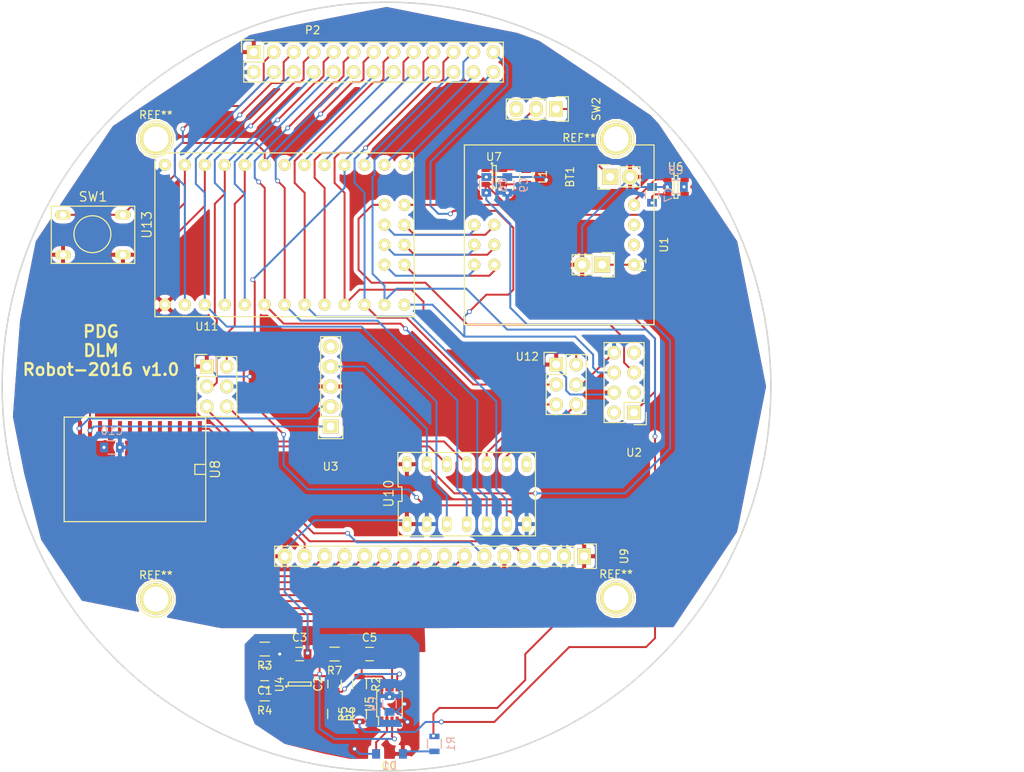
<source format=kicad_pcb>
(kicad_pcb (version 4) (host pcbnew 4.0.1-stable)
  (title_block (title "CSE398 Robot Platform") (rev 1) (company "Syracuse University") (comment 1 "Philip D. Geramian") (comment 2 "Duane Marcy") (comment 3 "Designed by:"))
  (layers (0 F.Cu signal) (31 B.Cu signal) (34 B.Paste user) (35 F.Paste user) (36 B.SilkS user) (37 F.SilkS user) (38 B.Mask user) (39 F.Mask user) (44 Edge.Cuts user))
  (net 0 "")
  (net 1 +BATT)
  (net 2 GND)
  (net 3 "Net-(C1-Pad1)")
  (net 4 "Net-(C2-Pad1)")
  (net 5 VAA)
  (net 6 +3V3)
  (net 7 "Net-(C5-Pad1)")
  (net 8 "Net-(D1-Pad2)")
  (net 9 "Net-(L1-Pad1)")
  (net 10 /IR_Sensor/IR_PWM)
  (net 11 /IR_Sensor/IR_AIn)
  (net 12 /LCD/SDA)
  (net 13 "Net-(U1-Pad2)")
  (net 14 /LCD/SCL)
  (net 15 /Motor/B_En)
  (net 16 /Motor/E_B0)
  (net 17 "Net-(U1-Pad4)")
  (net 18 /Motor/E_B1)
  (net 19 "Net-(U1-Pad5)")
  (net 20 /Motor/A_En)
  (net 21 /Motor/B_Ph)
  (net 22 /Motor/A_Ph)
  (net 23 /Motor/E_A1)
  (net 24 /Motor/E_A0)
  (net 25 /TX)
  (net 26 /RX)
  (net 27 /W_PD)
  (net 28 "Net-(U2-Pad2)")
  (net 29 "Net-(U2-Pad3)")
  (net 30 "Net-(U2-Pad7)")
  (net 31 "Net-(U3-Pad5)")
  (net 32 "Net-(U8-Pad1)")
  (net 33 "Net-(U8-Pad2)")
  (net 34 "Net-(U8-Pad3)")
  (net 35 "Net-(U8-Pad4)")
  (net 36 "Net-(U8-Pad5)")
  (net 37 "Net-(U8-Pad6)")
  (net 38 "Net-(U8-Pad7)")
  (net 39 "Net-(U8-Pad8)")
  (net 40 "Net-(U8-Pad11)")
  (net 41 "Net-(U8-Pad14)")
  (net 42 "Net-(U8-Pad19)")
  (net 43 "Net-(U8-Pad20)")
  (net 44 "Net-(U8-Pad21)")
  (net 45 "Net-(U8-Pad22)")
  (net 46 "Net-(U8-Pad23)")
  (net 47 "Net-(U8-Pad24)")
  (net 48 "Net-(U8-Pad25)")
  (net 49 "Net-(U8-Pad26)")
  (net 50 "Net-(U8-Pad27)")
  (net 51 "Net-(U8-Pad28)")
  (net 52 "Net-(U9-Pad3)")
  (net 53 "Net-(U10-Pad12)")
  (net 54 "Net-(U10-Pad11)")
  (net 55 "Net-(U10-Pad10)")
  (net 56 "Net-(U10-Pad9)")
  (net 57 "Net-(U10-Pad8)")
  (net 58 "Net-(BT1-Pad1)")
  (net 59 +5V)
  (net 60 "Net-(Q1-Pad2)")
  (net 61 "Net-(SW1-Pad1)")
  (net 62 "Net-(SW2-Pad3)")
  (net 63 "Net-(U1-Pad1)")
  (net 64 "Net-(U1-Pad3)")
  (net 65 "Net-(U1-Pad6)")
  (net 66 "Net-(P1-Pad1)")
  (net 67 "Net-(U1-Pad8)")
  (net 68 "Net-(U1-Pad9)")
  (net 69 "Net-(C5-Pad2)")
  (net 70 "Net-(P2-Pad3)")
  (net 71 "Net-(P2-Pad7)")
  (net 72 "Net-(P2-Pad9)")
  (net 73 "Net-(P2-Pad12)")
  (net 74 "Net-(P2-Pad14)")
  (net 75 "Net-(P2-Pad16)")
  (net 76 "Net-(P2-Pad18)")
  (net 77 "Net-(P2-Pad17)")
  (net 78 "Net-(P2-Pad22)")
  (net 79 "Net-(P2-Pad24)")
  (net 80 "Net-(P2-Pad26)")
  (module Connect:1pin (layer F.Cu) (at 138.557 66.548)
    (fp_text reference REF** (at 0 -3.048) (layer F.SilkS))
    (fp_text value 1pin)
    (pad 1 thru_hole circle (at 0 0) (size 4.064 4.064) (drill 3.175) (layers *.Cu *.Mask F.SilkS))
  )
  (module Connect:1pin (layer F.Cu) (at 197.104 124.968)
    (fp_text reference REF** (at 0 -3.048) (layer F.SilkS))
    (fp_text value 1pin)
    (pad 1 thru_hole circle (at 0 0) (size 4.064 4.064) (drill 3.175) (layers *.Cu *.Mask F.SilkS))
  )
  (module Connect:1pin (layer F.Cu) (at 138.557 125.095)
    (fp_text reference REF** (at 0 -3.048) (layer F.SilkS))
    (fp_text value 1pin)
    (pad 1 thru_hole circle (at 0 0) (size 4.064 4.064) (drill 3.175) (layers *.Cu *.Mask F.SilkS))
  )
  (module Robot_Footprints:GreenBoard_Prog (layer F.Cu) (at 190.5 78.74 270)
    (fp_text reference U1 (at 1.27 -12.7 270) (layer F.SilkS))
    (fp_text value SWD)
    (pad 7 thru_hole circle (at -3.81 -8.89 270) (size 1.524 1.524) (drill 0.762) (layers *.Cu *.Mask F.SilkS) (net 59 +5V))
    (pad 8 thru_hole circle (at -1.27 -8.89 270) (size 1.524 1.524) (drill 0.762) (layers *.Cu *.Mask F.SilkS) (net 67 "Net-(U1-Pad8)"))
    (pad 9 thru_hole circle (at 1.27 -8.89 270) (size 1.524 1.524) (drill 0.762) (layers *.Cu *.Mask F.SilkS) (net 68 "Net-(U1-Pad9)"))
    (pad 10 thru_hole circle (at 3.81 -8.89 270) (size 1.524 1.524) (drill 0.762) (layers *.Cu *.Mask F.SilkS) (net 66 "Net-(P1-Pad1)"))
    (pad 6 thru_hole circle (at 3.81 8.89 270) (size 1.524 1.524) (drill 0.762) (layers *.Cu *.Mask F.SilkS) (net 65 "Net-(U1-Pad6)"))
    (pad 4 thru_hole circle (at 1.27 8.89 270) (size 1.524 1.524) (drill 0.762) (layers *.Cu *.Mask F.SilkS) (net 17 "Net-(U1-Pad4)"))
    (pad 2 thru_hole circle (at -1.27 8.89 270) (size 1.524 1.524) (drill 0.762) (layers *.Cu *.Mask F.SilkS) (net 13 "Net-(U1-Pad2)"))
    (pad 1 thru_hole circle (at -1.27 11.43 270) (size 1.524 1.524) (drill 0.762) (layers *.Cu *.Mask F.SilkS) (net 63 "Net-(U1-Pad1)"))
    (pad 3 thru_hole circle (at 1.27 11.43 270) (size 1.524 1.524) (drill 0.762) (layers *.Cu *.Mask F.SilkS) (net 64 "Net-(U1-Pad3)"))
    (pad 5 thru_hole circle (at 3.81 11.43 270) (size 1.524 1.524) (drill 0.762) (layers *.Cu *.Mask F.SilkS) (net 19 "Net-(U1-Pad5)"))
  )
  (module Pin_Headers:Pin_Header_Straight_1x02 (layer F.Cu) (at 196.342 71.374 90)
    (fp_text reference BT1 (at 0 -5.1 90) (layer F.SilkS))
    (fp_text value Battery)
    (pad 1 thru_hole rect (at 0 0 90) (size 2.032 2.032) (drill 1.016) (layers *.Cu *.Mask F.SilkS) (net 58 "Net-(BT1-Pad1)"))
    (pad 2 thru_hole oval (at 0 2.54 90) (size 2.032 2.032) (drill 1.016) (layers *.Cu *.Mask F.SilkS) (net 2 GND))
  )
  (module Capacitors_SMD:C_0805 (layer F.Cu) (at 152.4 134.62 180)
    (fp_text reference C1 (at 0 -2.1 180) (layer F.SilkS))
    (fp_text value 1uF)
    (pad 1 smd rect (at -1 0 180) (size 1 1.25) (layers F.Cu F.Paste F.Mask) (net 3 "Net-(C1-Pad1)"))
    (pad 2 smd rect (at 1 0 180) (size 1 1.25) (layers F.Cu F.Paste F.Mask) (net 2 GND))
  )
  (module Capacitors_SMD:C_0805 (layer F.Cu) (at 161.29 135.89 90)
    (fp_text reference C2 (at 0 -2.1 90) (layer F.SilkS))
    (fp_text value 1nF)
    (pad 1 smd rect (at -1 0 90) (size 1 1.25) (layers F.Cu F.Paste F.Mask) (net 4 "Net-(C2-Pad1)"))
    (pad 2 smd rect (at 1 0 90) (size 1 1.25) (layers F.Cu F.Paste F.Mask) (net 5 VAA))
  )
  (module Capacitors_SMD:C_0805 (layer F.Cu) (at 156.845 132.08)
    (fp_text reference C3 (at 0 -2.1) (layer F.SilkS))
    (fp_text value 0.1uF)
    (pad 1 smd rect (at -1 0) (size 1 1.25) (layers F.Cu F.Paste F.Mask) (net 6 +3V3))
    (pad 2 smd rect (at 1 0) (size 1 1.25) (layers F.Cu F.Paste F.Mask) (net 2 GND))
  )
  (module Capacitors_SMD:C_0805 (layer B.Cu) (at 168.275 138.43 270)
    (fp_text reference C4 (at 0 2.1 270) (layer B.SilkS) (effects (justify mirror)))
    (fp_text value 0.1uF)
    (pad 1 smd rect (at -1 0 270) (size 1 1.25) (layers B.Cu B.Paste B.Mask) (net 6 +3V3))
    (pad 2 smd rect (at 1 0 270) (size 1 1.25) (layers B.Cu B.Paste B.Mask) (net 2 GND))
  )
  (module Capacitors_SMD:C_0805 (layer F.Cu) (at 165.735 132.08)
    (fp_text reference C5 (at 0 -2.1) (layer F.SilkS))
    (fp_text value 1nF)
    (pad 1 smd rect (at -1 0) (size 1 1.25) (layers F.Cu F.Paste F.Mask) (net 7 "Net-(C5-Pad1)"))
    (pad 2 smd rect (at 1 0) (size 1 1.25) (layers F.Cu F.Paste F.Mask) (net 69 "Net-(C5-Pad2)"))
  )
  (module Capacitors_SMD:C_0805 (layer B.Cu) (at 180.594 72.39 90)
    (fp_text reference C6 (at 0 2.1 90) (layer B.SilkS) (effects (justify mirror)))
    (fp_text value 1uF)
    (pad 1 smd rect (at -1 0 90) (size 1 1.25) (layers B.Cu B.Paste B.Mask) (net 1 +BATT))
    (pad 2 smd rect (at 1 0 90) (size 1 1.25) (layers B.Cu B.Paste B.Mask) (net 2 GND))
  )
  (module Capacitors_SMD:C_0805 (layer B.Cu) (at 201.676 73.66 90)
    (fp_text reference C7 (at 0 2.1 90) (layer B.SilkS) (effects (justify mirror)))
    (fp_text value 10uF)
    (pad 1 smd rect (at -1 0 90) (size 1 1.25) (layers B.Cu B.Paste B.Mask) (net 1 +BATT))
    (pad 2 smd rect (at 1 0 90) (size 1 1.25) (layers B.Cu B.Paste B.Mask) (net 2 GND))
  )
  (module Capacitors_SMD:C_0805 (layer B.Cu) (at 204.724 72.644 180)
    (fp_text reference C8 (at 0 2.1 180) (layer B.SilkS) (effects (justify mirror)))
    (fp_text value 1uF)
    (pad 1 smd rect (at -1 0 180) (size 1 1.25) (layers B.Cu B.Paste B.Mask) (net 59 +5V))
    (pad 2 smd rect (at 1 0 180) (size 1 1.25) (layers B.Cu B.Paste B.Mask) (net 2 GND))
  )
  (module Capacitors_SMD:C_0805 (layer B.Cu) (at 183.261 72.39 90)
    (fp_text reference C9 (at 0 2.1 90) (layer B.SilkS) (effects (justify mirror)))
    (fp_text value 10uF)
    (pad 1 smd rect (at -1 0 90) (size 1 1.25) (layers B.Cu B.Paste B.Mask) (net 6 +3V3))
    (pad 2 smd rect (at 1 0 90) (size 1 1.25) (layers B.Cu B.Paste B.Mask) (net 2 GND))
  )
  (module Capacitors_SMD:C_0805 (layer B.Cu) (at 132.969 105.791 180)
    (fp_text reference C10 (at 0 2.1 180) (layer B.SilkS) (effects (justify mirror)))
    (fp_text value 0.1uF)
    (pad 1 smd rect (at -1 0 180) (size 1 1.25) (layers B.Cu B.Paste B.Mask) (net 6 +3V3))
    (pad 2 smd rect (at 1 0 180) (size 1 1.25) (layers B.Cu B.Paste B.Mask) (net 2 GND))
  )
  (module Capacitors_SMD:C_0805 (layer F.Cu) (at 185.674 71.374 270)
    (fp_text reference L1 (at 0 -2.1 270) (layer F.SilkS))
    (fp_text value 4.7uH)
    (pad 1 smd rect (at -1 0 270) (size 1 1.25) (layers F.Cu F.Paste F.Mask) (net 9 "Net-(L1-Pad1)"))
    (pad 2 smd rect (at 1 0 270) (size 1 1.25) (layers F.Cu F.Paste F.Mask) (net 6 +3V3))
  )
  (module Resistors_SMD:R_0805 (layer B.Cu) (at 173.99 143.51 90)
    (fp_text reference R1 (at 0 2.1 90) (layer B.SilkS) (effects (justify mirror)))
    (fp_text value 470)
    (pad 1 smd rect (at -0.95 0 90) (size 0.7 1.3) (layers B.Cu B.Paste B.Mask) (net 8 "Net-(D1-Pad2)"))
    (pad 2 smd rect (at 0.95 0 90) (size 0.7 1.3) (layers B.Cu B.Paste B.Mask) (net 10 /IR_Sensor/IR_PWM))
  )
  (module Resistors_SMD:R_0805 (layer F.Cu) (at 164.465 135.89 270)
    (fp_text reference R2 (at 0 -2.1 270) (layer F.SilkS))
    (fp_text value 100k)
    (pad 1 smd rect (at -0.95 0 270) (size 0.7 1.3) (layers F.Cu F.Paste F.Mask) (net 7 "Net-(C5-Pad1)"))
    (pad 2 smd rect (at 0.95 0 270) (size 0.7 1.3) (layers F.Cu F.Paste F.Mask) (net 60 "Net-(Q1-Pad2)"))
  )
  (module Resistors_SMD:R_0805 (layer F.Cu) (at 152.4 131.445 180)
    (fp_text reference R3 (at 0 -2.1 180) (layer F.SilkS))
    (fp_text value 5.1k)
    (pad 1 smd rect (at -0.95 0 180) (size 0.7 1.3) (layers F.Cu F.Paste F.Mask) (net 6 +3V3))
    (pad 2 smd rect (at 0.95 0 180) (size 0.7 1.3) (layers F.Cu F.Paste F.Mask) (net 3 "Net-(C1-Pad1)"))
  )
  (module Resistors_SMD:R_0805 (layer F.Cu) (at 152.4 137.16 180)
    (fp_text reference R4 (at 0 -2.1 180) (layer F.SilkS))
    (fp_text value 5.1k)
    (pad 1 smd rect (at -0.95 0 180) (size 0.7 1.3) (layers F.Cu F.Paste F.Mask) (net 3 "Net-(C1-Pad1)"))
    (pad 2 smd rect (at 0.95 0 180) (size 0.7 1.3) (layers F.Cu F.Paste F.Mask) (net 2 GND))
  )
  (module Resistors_SMD:R_0805 (layer F.Cu) (at 164.465 139.7 90)
    (fp_text reference R5 (at 0 -2.1 90) (layer F.SilkS))
    (fp_text value 10M)
    (pad 1 smd rect (at -0.95 0 90) (size 0.7 1.3) (layers F.Cu F.Paste F.Mask) (net 11 /IR_Sensor/IR_AIn))
    (pad 2 smd rect (at 0.95 0 90) (size 0.7 1.3) (layers F.Cu F.Paste F.Mask) (net 60 "Net-(Q1-Pad2)"))
  )
  (module Resistors_SMD:R_0805 (layer F.Cu) (at 161.29 139.7 270)
    (fp_text reference R6 (at 0 -2.1 270) (layer F.SilkS))
    (fp_text value 1M)
    (pad 1 smd rect (at -0.95 0 270) (size 0.7 1.3) (layers F.Cu F.Paste F.Mask) (net 4 "Net-(C2-Pad1)"))
    (pad 2 smd rect (at 0.95 0 270) (size 0.7 1.3) (layers F.Cu F.Paste F.Mask) (net 11 /IR_Sensor/IR_AIn))
  )
  (module Resistors_SMD:R_0805 (layer F.Cu) (at 161.29 132.08 180)
    (fp_text reference R7 (at 0 -2.1 180) (layer F.SilkS))
    (fp_text value 1M)
    (pad 1 smd rect (at -0.95 0 180) (size 0.7 1.3) (layers F.Cu F.Paste F.Mask) (net 69 "Net-(C5-Pad2)"))
    (pad 2 smd rect (at 0.95 0 180) (size 0.7 1.3) (layers F.Cu F.Paste F.Mask) (net 5 VAA))
  )
  (module Pin_Headers:Pin_Header_Straight_2x04 (layer F.Cu) (at 199.39 101.346 180)
    (fp_text reference U2 (at 0 -5.1 180) (layer F.SilkS))
    (fp_text value ESP_01)
    (pad 1 thru_hole rect (at 0 0 180) (size 1.7272 1.7272) (drill 1.016) (layers *.Cu *.Mask F.SilkS) (net 25 /TX))
    (pad 2 thru_hole oval (at 2.54 0 180) (size 1.7272 1.7272) (drill 1.016) (layers *.Cu *.Mask F.SilkS) (net 28 "Net-(U2-Pad2)"))
    (pad 3 thru_hole oval (at 0 2.54 180) (size 1.7272 1.7272) (drill 1.016) (layers *.Cu *.Mask F.SilkS) (net 29 "Net-(U2-Pad3)"))
    (pad 4 thru_hole oval (at 2.54 2.54 180) (size 1.7272 1.7272) (drill 1.016) (layers *.Cu *.Mask F.SilkS) (net 2 GND))
    (pad 5 thru_hole oval (at 0 5.08 180) (size 1.7272 1.7272) (drill 1.016) (layers *.Cu *.Mask F.SilkS) (net 26 /RX))
    (pad 6 thru_hole oval (at 2.54 5.08 180) (size 1.7272 1.7272) (drill 1.016) (layers *.Cu *.Mask F.SilkS) (net 27 /W_PD))
    (pad 7 thru_hole oval (at 0 7.62 180) (size 1.7272 1.7272) (drill 1.016) (layers *.Cu *.Mask F.SilkS) (net 30 "Net-(U2-Pad7)"))
    (pad 8 thru_hole oval (at 2.54 7.62 180) (size 1.7272 1.7272) (drill 1.016) (layers *.Cu *.Mask F.SilkS) (net 6 +3V3))
  )
  (module Pin_Headers:Pin_Header_Straight_1x05 (layer F.Cu) (at 160.782 103.124 180)
    (fp_text reference U3 (at 0 -5.1 180) (layer F.SilkS))
    (fp_text value MinIMU-9)
    (pad 1 thru_hole rect (at 0 0 180) (size 2.032 1.7272) (drill 1.016) (layers *.Cu *.Mask F.SilkS) (net 14 /LCD/SCL))
    (pad 2 thru_hole oval (at 0 2.54 180) (size 2.032 1.7272) (drill 1.016) (layers *.Cu *.Mask F.SilkS) (net 12 /LCD/SDA))
    (pad 3 thru_hole oval (at 0 5.08 180) (size 2.032 1.7272) (drill 1.016) (layers *.Cu *.Mask F.SilkS) (net 2 GND))
    (pad 4 thru_hole oval (at 0 7.62 180) (size 2.032 1.7272) (drill 1.016) (layers *.Cu *.Mask F.SilkS) (net 1 +BATT))
    (pad 5 thru_hole oval (at 0 10.16 180) (size 2.032 1.7272) (drill 1.016) (layers *.Cu *.Mask F.SilkS) (net 31 "Net-(U3-Pad5)"))
  )
  (module TO_SOT_Packages_SMD:SOT-23-5 (layer F.Cu) (at 156.845 135.89 90)
    (fp_text reference U4 (at -0.05 -2.55 90) (layer F.SilkS))
    (fp_text value MCP6001)
    (pad 1 smd rect (at -1.1 -0.95 90) (size 1.06 0.65) (layers F.Cu F.Paste F.Mask) (net 3 "Net-(C1-Pad1)"))
    (pad 2 smd rect (at -1.1 0 90) (size 1.06 0.65) (layers F.Cu F.Paste F.Mask) (net 2 GND))
    (pad 3 smd rect (at -1.1 0.95 90) (size 1.06 0.65) (layers F.Cu F.Paste F.Mask) (net 5 VAA))
    (pad 4 smd rect (at 1.1 0.95 90) (size 1.06 0.65) (layers F.Cu F.Paste F.Mask) (net 5 VAA))
    (pad 5 smd rect (at 1.1 -0.95 90) (size 1.06 0.65) (layers F.Cu F.Paste F.Mask) (net 6 +3V3))
  )
  (module Housings_SSOP:TSSOP-8_3x3mm_Pitch0.65mm (layer F.Cu) (at 168.275 138.43 90)
    (fp_text reference U5 (at 0 -2.55 90) (layer F.SilkS))
    (fp_text value OPA2381)
    (pad 1 smd rect (at -2.15 -0.975 90) (size 1.1 0.4) (layers F.Cu F.Paste F.Mask) (net 11 /IR_Sensor/IR_AIn))
    (pad 2 smd rect (at -2.15 -0.325 90) (size 1.1 0.4) (layers F.Cu F.Paste F.Mask) (net 60 "Net-(Q1-Pad2)"))
    (pad 3 smd rect (at -2.15 0.325 90) (size 1.1 0.4) (layers F.Cu F.Paste F.Mask) (net 5 VAA))
    (pad 4 smd rect (at -2.15 0.975 90) (size 1.1 0.4) (layers F.Cu F.Paste F.Mask) (net 2 GND))
    (pad 5 smd rect (at 2.15 0.975 90) (size 1.1 0.4) (layers F.Cu F.Paste F.Mask) (net 4 "Net-(C2-Pad1)"))
    (pad 6 smd rect (at 2.15 0.325 90) (size 1.1 0.4) (layers F.Cu F.Paste F.Mask) (net 69 "Net-(C5-Pad2)"))
    (pad 7 smd rect (at 2.15 -0.325 90) (size 1.1 0.4) (layers F.Cu F.Paste F.Mask) (net 7 "Net-(C5-Pad1)"))
    (pad 8 smd rect (at 2.15 -0.975 90) (size 1.1 0.4) (layers F.Cu F.Paste F.Mask) (net 6 +3V3))
  )
  (module TO_SOT_Packages_SMD:SOT-23-5 (layer F.Cu) (at 204.724 72.644)
    (fp_text reference U6 (at -0.05 -2.55) (layer F.SilkS))
    (fp_text value MCP73811)
    (pad 1 smd rect (at -1.1 -0.95) (size 1.06 0.65) (layers F.Cu F.Paste F.Mask) (net 59 +5V))
    (pad 2 smd rect (at -1.1 0) (size 1.06 0.65) (layers F.Cu F.Paste F.Mask) (net 2 GND))
    (pad 3 smd rect (at -1.1 0.95) (size 1.06 0.65) (layers F.Cu F.Paste F.Mask) (net 1 +BATT))
    (pad 4 smd rect (at 1.1 0.95) (size 1.06 0.65) (layers F.Cu F.Paste F.Mask) (net 59 +5V))
    (pad 5 smd rect (at 1.1 -0.95) (size 1.06 0.65) (layers F.Cu F.Paste F.Mask) (net 59 +5V))
  )
  (module TO_SOT_Packages_SMD:SOT-23-5 (layer F.Cu) (at 181.61 71.374)
    (fp_text reference U7 (at -0.05 -2.55) (layer F.SilkS))
    (fp_text value PAM2305)
    (pad 1 smd rect (at -1.1 -0.95) (size 1.06 0.65) (layers F.Cu F.Paste F.Mask) (net 1 +BATT))
    (pad 2 smd rect (at -1.1 0) (size 1.06 0.65) (layers F.Cu F.Paste F.Mask) (net 2 GND))
    (pad 3 smd rect (at -1.1 0.95) (size 1.06 0.65) (layers F.Cu F.Paste F.Mask) (net 1 +BATT))
    (pad 4 smd rect (at 1.1 0.95) (size 1.06 0.65) (layers F.Cu F.Paste F.Mask) (net 6 +3V3))
    (pad 5 smd rect (at 1.1 -0.95) (size 1.06 0.65) (layers F.Cu F.Paste F.Mask) (net 9 "Net-(L1-Pad1)"))
  )
  (module Pin_Headers:Pin_Header_Straight_1x16 (layer F.Cu) (at 193.04 119.634 270)
    (fp_text reference U9 (at 0 -5.1 270) (layer F.SilkS))
    (fp_text value LCD)
    (pad 1 thru_hole rect (at 0 0 270) (size 2.032 1.7272) (drill 1.016) (layers *.Cu *.Mask F.SilkS) (net 2 GND))
    (pad 2 thru_hole oval (at 0 2.54 270) (size 2.032 1.7272) (drill 1.016) (layers *.Cu *.Mask F.SilkS) (net 6 +3V3))
    (pad 3 thru_hole oval (at 0 5.08 270) (size 2.032 1.7272) (drill 1.016) (layers *.Cu *.Mask F.SilkS) (net 52 "Net-(U9-Pad3)"))
    (pad 4 thru_hole oval (at 0 7.62 270) (size 2.032 1.7272) (drill 1.016) (layers *.Cu *.Mask F.SilkS) (net 33 "Net-(U8-Pad2)"))
    (pad 5 thru_hole oval (at 0 10.16 270) (size 2.032 1.7272) (drill 1.016) (layers *.Cu *.Mask F.SilkS) (net 2 GND))
    (pad 6 thru_hole oval (at 0 12.7 270) (size 2.032 1.7272) (drill 1.016) (layers *.Cu *.Mask F.SilkS) (net 32 "Net-(U8-Pad1)"))
    (pad 7 thru_hole oval (at 0 15.24 270) (size 2.032 1.7272) (drill 1.016) (layers *.Cu *.Mask F.SilkS) (net 44 "Net-(U8-Pad21)"))
    (pad 8 thru_hole oval (at 0 17.78 270) (size 2.032 1.7272) (drill 1.016) (layers *.Cu *.Mask F.SilkS) (net 45 "Net-(U8-Pad22)"))
    (pad 9 thru_hole oval (at 0 20.32 270) (size 2.032 1.7272) (drill 1.016) (layers *.Cu *.Mask F.SilkS) (net 46 "Net-(U8-Pad23)"))
    (pad 10 thru_hole oval (at 0 22.86 270) (size 2.032 1.7272) (drill 1.016) (layers *.Cu *.Mask F.SilkS) (net 47 "Net-(U8-Pad24)"))
    (pad 11 thru_hole oval (at 0 25.4 270) (size 2.032 1.7272) (drill 1.016) (layers *.Cu *.Mask F.SilkS) (net 48 "Net-(U8-Pad25)"))
    (pad 12 thru_hole oval (at 0 27.94 270) (size 2.032 1.7272) (drill 1.016) (layers *.Cu *.Mask F.SilkS) (net 49 "Net-(U8-Pad26)"))
    (pad 13 thru_hole oval (at 0 30.48 270) (size 2.032 1.7272) (drill 1.016) (layers *.Cu *.Mask F.SilkS) (net 50 "Net-(U8-Pad27)"))
    (pad 14 thru_hole oval (at 0 33.02 270) (size 2.032 1.7272) (drill 1.016) (layers *.Cu *.Mask F.SilkS) (net 51 "Net-(U8-Pad28)"))
    (pad 15 thru_hole oval (at 0 35.56 270) (size 2.032 1.7272) (drill 1.016) (layers *.Cu *.Mask F.SilkS) (net 34 "Net-(U8-Pad3)"))
    (pad 16 thru_hole oval (at 0 38.1 270) (size 2.032 1.7272) (drill 1.016) (layers *.Cu *.Mask F.SilkS) (net 2 GND))
  )
  (module Pin_Headers:Pin_Header_Straight_2x03 (layer F.Cu) (at 145.034 95.504)
    (fp_text reference U11 (at 0 -5.1) (layer F.SilkS))
    (fp_text value Magnet_Encoder)
    (pad 1 thru_hole rect (at 0 0) (size 1.7272 1.7272) (drill 1.016) (layers *.Cu *.Mask F.SilkS) (net 2 GND))
    (pad 2 thru_hole oval (at 2.54 0) (size 1.7272 1.7272) (drill 1.016) (layers *.Cu *.Mask F.SilkS) (net 18 /Motor/E_B1))
    (pad 3 thru_hole oval (at 0 2.54) (size 1.7272 1.7272) (drill 1.016) (layers *.Cu *.Mask F.SilkS) (net 16 /Motor/E_B0))
    (pad 4 thru_hole oval (at 2.54 2.54) (size 1.7272 1.7272) (drill 1.016) (layers *.Cu *.Mask F.SilkS) (net 6 +3V3))
    (pad 5 thru_hole oval (at 0 5.08) (size 1.7272 1.7272) (drill 1.016) (layers *.Cu *.Mask F.SilkS) (net 53 "Net-(U10-Pad12)"))
    (pad 6 thru_hole oval (at 2.54 5.08) (size 1.7272 1.7272) (drill 1.016) (layers *.Cu *.Mask F.SilkS) (net 54 "Net-(U10-Pad11)"))
  )
  (module Pin_Headers:Pin_Header_Straight_2x03 (layer F.Cu) (at 189.484 95.25)
    (fp_text reference U12 (at -3.683 -1.016) (layer F.SilkS))
    (fp_text value Magnet_Encoder)
    (pad 1 thru_hole rect (at 0 0) (size 1.7272 1.7272) (drill 1.016) (layers *.Cu *.Mask F.SilkS) (net 2 GND))
    (pad 2 thru_hole oval (at 2.54 0) (size 1.7272 1.7272) (drill 1.016) (layers *.Cu *.Mask F.SilkS) (net 23 /Motor/E_A1))
    (pad 3 thru_hole oval (at 0 2.54) (size 1.7272 1.7272) (drill 1.016) (layers *.Cu *.Mask F.SilkS) (net 24 /Motor/E_A0))
    (pad 4 thru_hole oval (at 2.54 2.54) (size 1.7272 1.7272) (drill 1.016) (layers *.Cu *.Mask F.SilkS) (net 6 +3V3))
    (pad 5 thru_hole oval (at 0 5.08) (size 1.7272 1.7272) (drill 1.016) (layers *.Cu *.Mask F.SilkS) (net 55 "Net-(U10-Pad10)"))
    (pad 6 thru_hole oval (at 2.54 5.08) (size 1.7272 1.7272) (drill 1.016) (layers *.Cu *.Mask F.SilkS) (net 56 "Net-(U10-Pad9)"))
  )
  (module Pin_Headers:Pin_Header_Straight_1x03 (layer F.Cu) (at 189.484 62.738 270)
    (fp_text reference SW2 (at 0 -5.1 270) (layer F.SilkS))
    (fp_text value SWITCH_INV)
    (pad 1 thru_hole rect (at 0 0 270) (size 2.032 1.7272) (drill 1.016) (layers *.Cu *.Mask F.SilkS) (net 58 "Net-(BT1-Pad1)"))
    (pad 2 thru_hole oval (at 0 2.54 270) (size 2.032 1.7272) (drill 1.016) (layers *.Cu *.Mask F.SilkS) (net 1 +BATT))
    (pad 3 thru_hole oval (at 0 5.08 270) (size 2.032 1.7272) (drill 1.016) (layers *.Cu *.Mask F.SilkS) (net 62 "Net-(SW2-Pad3)"))
  )
  (module Robot_Footprints:GreenBoard_uC (layer F.Cu) (at 154.94 77.47)
    (fp_text reference U13 (at -17.54 0 90) (layer F.SilkS) (effects (font (size 1.2 1.2))))
    (fp_text value KL05_Module)
    (pad 26 thru_hole circle (at -15.24 -7.62) (size 1.524 1.524) (drill 0.762) (layers *.Cu *.Mask F.SilkS) (net 6 +3V3))
    (pad 1 thru_hole circle (at -15.24 10.16) (size 1.524 1.524) (drill 0.762) (layers *.Cu *.Mask F.SilkS) (net 2 GND))
    (pad 25 thru_hole circle (at -12.7 -7.62) (size 1.524 1.524) (drill 0.762) (layers *.Cu *.Mask F.SilkS) (net 12 /LCD/SDA))
    (pad 2 thru_hole circle (at -12.7 10.16) (size 1.524 1.524) (drill 0.762) (layers *.Cu *.Mask F.SilkS) (net 70 "Net-(P2-Pad3)"))
    (pad 24 thru_hole circle (at -10.16 -7.62) (size 1.524 1.524) (drill 0.762) (layers *.Cu *.Mask F.SilkS) (net 14 /LCD/SCL))
    (pad 3 thru_hole circle (at -10.16 10.16) (size 1.524 1.524) (drill 0.762) (layers *.Cu *.Mask F.SilkS) (net 15 /Motor/B_En))
    (pad 23 thru_hole circle (at -7.62 -7.62) (size 1.524 1.524) (drill 0.762) (layers *.Cu *.Mask F.SilkS) (net 16 /Motor/E_B0))
    (pad 4 thru_hole circle (at -7.62 10.16) (size 1.524 1.524) (drill 0.762) (layers *.Cu *.Mask F.SilkS) (net 71 "Net-(P2-Pad7)"))
    (pad 22 thru_hole circle (at -5.08 -7.62) (size 1.524 1.524) (drill 0.762) (layers *.Cu *.Mask F.SilkS) (net 18 /Motor/E_B1))
    (pad 5 thru_hole circle (at -5.08 10.16) (size 1.524 1.524) (drill 0.762) (layers *.Cu *.Mask F.SilkS) (net 72 "Net-(P2-Pad9)"))
    (pad 21 thru_hole circle (at -2.54 -7.62) (size 1.524 1.524) (drill 0.762) (layers *.Cu *.Mask F.SilkS) (net 73 "Net-(P2-Pad12)"))
    (pad 6 thru_hole circle (at -2.54 10.16) (size 1.524 1.524) (drill 0.762) (layers *.Cu *.Mask F.SilkS) (net 20 /Motor/A_En))
    (pad 20 thru_hole circle (at 0 -7.62) (size 1.524 1.524) (drill 0.762) (layers *.Cu *.Mask F.SilkS) (net 74 "Net-(P2-Pad14)"))
    (pad 7 thru_hole circle (at 0 10.16) (size 1.524 1.524) (drill 0.762) (layers *.Cu *.Mask F.SilkS) (net 21 /Motor/B_Ph))
    (pad 19 thru_hole circle (at 2.54 -7.62) (size 1.524 1.524) (drill 0.762) (layers *.Cu *.Mask F.SilkS) (net 75 "Net-(P2-Pad16)"))
    (pad 8 thru_hole circle (at 2.54 10.16) (size 1.524 1.524) (drill 0.762) (layers *.Cu *.Mask F.SilkS) (net 22 /Motor/A_Ph))
    (pad 18 thru_hole circle (at 5.08 -7.62) (size 1.524 1.524) (drill 0.762) (layers *.Cu *.Mask F.SilkS) (net 76 "Net-(P2-Pad18)"))
    (pad 9 thru_hole circle (at 5.08 10.16) (size 1.524 1.524) (drill 0.762) (layers *.Cu *.Mask F.SilkS) (net 77 "Net-(P2-Pad17)"))
    (pad 17 thru_hole circle (at 7.62 -7.62) (size 1.524 1.524) (drill 0.762) (layers *.Cu *.Mask F.SilkS) (net 10 /IR_Sensor/IR_PWM))
    (pad 10 thru_hole circle (at 7.62 10.16) (size 1.524 1.524) (drill 0.762) (layers *.Cu *.Mask F.SilkS) (net 23 /Motor/E_A1))
    (pad 16 thru_hole circle (at 10.16 -7.62) (size 1.524 1.524) (drill 0.762) (layers *.Cu *.Mask F.SilkS) (net 78 "Net-(P2-Pad22)"))
    (pad 11 thru_hole circle (at 10.16 10.16) (size 1.524 1.524) (drill 0.762) (layers *.Cu *.Mask F.SilkS) (net 24 /Motor/E_A0))
    (pad 15 thru_hole circle (at 12.7 -7.62) (size 1.524 1.524) (drill 0.762) (layers *.Cu *.Mask F.SilkS) (net 79 "Net-(P2-Pad24)"))
    (pad 12 thru_hole circle (at 12.7 10.16) (size 1.524 1.524) (drill 0.762) (layers *.Cu *.Mask F.SilkS) (net 11 /IR_Sensor/IR_AIn))
    (pad 14 thru_hole circle (at 15.24 -7.62) (size 1.524 1.524) (drill 0.762) (layers *.Cu *.Mask F.SilkS) (net 80 "Net-(P2-Pad26)"))
    (pad 13 thru_hole circle (at 15.24 10.16) (size 1.524 1.524) (drill 0.762) (layers *.Cu *.Mask F.SilkS) (net 27 /W_PD))
    (pad 34 thru_hole circle (at 15.24 -2.54) (size 1.524 1.524) (drill 0.762) (layers *.Cu *.Mask F.SilkS) (net 25 /TX))
    (pad 28 thru_hole circle (at 15.24 0) (size 1.524 1.524) (drill 0.762) (layers *.Cu *.Mask F.SilkS) (net 13 "Net-(U1-Pad2)"))
    (pad 30 thru_hole circle (at 15.24 2.54) (size 1.524 1.524) (drill 0.762) (layers *.Cu *.Mask F.SilkS) (net 17 "Net-(U1-Pad4)"))
    (pad 32 thru_hole circle (at 15.24 5.08) (size 1.524 1.524) (drill 0.762) (layers *.Cu *.Mask F.SilkS) (net 65 "Net-(U1-Pad6)"))
    (pad 31 thru_hole circle (at 12.7 5.08) (size 1.524 1.524) (drill 0.762) (layers *.Cu *.Mask F.SilkS) (net 19 "Net-(U1-Pad5)"))
    (pad 29 thru_hole circle (at 12.7 2.54) (size 1.524 1.524) (drill 0.762) (layers *.Cu *.Mask F.SilkS) (net 64 "Net-(U1-Pad3)"))
    (pad 27 thru_hole circle (at 12.7 0) (size 1.524 1.524) (drill 0.762) (layers *.Cu *.Mask F.SilkS) (net 63 "Net-(U1-Pad1)"))
    (pad 33 thru_hole circle (at 12.7 -2.54) (size 1.524 1.524) (drill 0.762) (layers *.Cu *.Mask F.SilkS) (net 26 /RX))
  )
  (module Pin_Headers:Pin_Header_Straight_1x02 (layer F.Cu) (at 195.326 82.55 270)
    (fp_text reference P1 (at 0 -5.1 270) (layer F.SilkS))
    (fp_text value CONN_01X02)
    (pad 1 thru_hole rect (at 0 0 270) (size 2.032 2.032) (drill 1.016) (layers *.Cu *.Mask F.SilkS) (net 66 "Net-(P1-Pad1)"))
    (pad 2 thru_hole oval (at 0 2.54 270) (size 2.032 2.032) (drill 1.016) (layers *.Cu *.Mask F.SilkS) (net 2 GND))
  )
  (module Robot_Footprints:DRV8835 (layer F.Cu) (at 178.054 111.76)
    (fp_text reference U10 (at -9.8806 -0.1016 90) (layer F.SilkS) (effects (font (size 1.2 1.2))))
    (fp_text value DRV8835)
    (pad 14 thru_hole oval (at -7.5692 -3.8354) (size 1.2 2) (drill 0.8) (layers *.Cu *.Mask F.SilkS) (net 2 GND))
    (pad 1 thru_hole oval (at -7.5692 3.7846) (size 1.2 2) (drill 0.8) (layers *.Cu *.Mask F.SilkS) (net 2 GND))
    (pad 13 thru_hole oval (at -5.0292 -3.8354) (size 1.2 2) (drill 0.8) (layers *.Cu *.Mask F.SilkS) (net 1 +BATT))
    (pad 2 thru_hole oval (at -5.0292 3.7846) (size 1.2 2) (drill 0.8) (layers *.Cu *.Mask F.SilkS) (net 6 +3V3))
    (pad 12 thru_hole oval (at -2.4892 -3.8354) (size 1.2 2) (drill 0.8) (layers *.Cu *.Mask F.SilkS) (net 53 "Net-(U10-Pad12)"))
    (pad 3 thru_hole oval (at -2.4892 3.7846) (size 1.2 2) (drill 0.8) (layers *.Cu *.Mask F.SilkS) (net 15 /Motor/B_En))
    (pad 11 thru_hole oval (at 0.0508 -3.8354) (size 1.2 2) (drill 0.8) (layers *.Cu *.Mask F.SilkS) (net 54 "Net-(U10-Pad11)"))
    (pad 4 thru_hole oval (at 0.0508 3.7846) (size 1.2 2) (drill 0.8) (layers *.Cu *.Mask F.SilkS) (net 21 /Motor/B_Ph))
    (pad 10 thru_hole oval (at 2.5908 -3.8354) (size 1.2 2) (drill 0.8) (layers *.Cu *.Mask F.SilkS) (net 55 "Net-(U10-Pad10)"))
    (pad 5 thru_hole oval (at 2.5908 3.7846) (size 1.2 2) (drill 0.8) (layers *.Cu *.Mask F.SilkS) (net 20 /Motor/A_En))
    (pad 9 thru_hole oval (at 5.1308 -3.8354) (size 1.2 2) (drill 0.8) (layers *.Cu *.Mask F.SilkS) (net 56 "Net-(U10-Pad9)"))
    (pad 6 thru_hole oval (at 5.1308 3.7846) (size 1.2 2) (drill 0.8) (layers *.Cu *.Mask F.SilkS) (net 22 /Motor/A_Ph))
    (pad 8 thru_hole oval (at 7.6708 -3.8354) (size 1.2 2) (drill 0.8) (layers *.Cu *.Mask F.SilkS) (net 57 "Net-(U10-Pad8)"))
    (pad 7 thru_hole oval (at 7.6708 3.7846) (size 1.2 2) (drill 0.8) (layers *.Cu *.Mask F.SilkS) (net 6 +3V3))
  )
  (module Robot_Footprints:SOIC-28 (layer F.Cu) (at 135.89 108.585 180)
    (fp_text reference U8 (at -10.21 0 270) (layer F.SilkS) (effects (font (size 1.2 1.2))))
    (fp_text value MCP23017)
    (pad 28 smd rect (at -8.255 -5.15 180) (size 0.51 2) (layers F.Cu F.Paste F.Mask) (net 51 "Net-(U8-Pad28)"))
    (pad 1 smd rect (at -8.255 5.15 180) (size 0.51 2) (layers F.Cu F.Paste F.Mask) (net 32 "Net-(U8-Pad1)"))
    (pad 27 smd rect (at -6.985 -5.15 180) (size 0.51 2) (layers F.Cu F.Paste F.Mask) (net 50 "Net-(U8-Pad27)"))
    (pad 2 smd rect (at -6.985 5.15 180) (size 0.51 2) (layers F.Cu F.Paste F.Mask) (net 33 "Net-(U8-Pad2)"))
    (pad 26 smd rect (at -5.715 -5.15 180) (size 0.51 2) (layers F.Cu F.Paste F.Mask) (net 49 "Net-(U8-Pad26)"))
    (pad 3 smd rect (at -5.715 5.15 180) (size 0.51 2) (layers F.Cu F.Paste F.Mask) (net 34 "Net-(U8-Pad3)"))
    (pad 25 smd rect (at -4.445 -5.15 180) (size 0.51 2) (layers F.Cu F.Paste F.Mask) (net 48 "Net-(U8-Pad25)"))
    (pad 4 smd rect (at -4.445 5.15 180) (size 0.51 2) (layers F.Cu F.Paste F.Mask) (net 35 "Net-(U8-Pad4)"))
    (pad 24 smd rect (at -3.175 -5.15 180) (size 0.51 2) (layers F.Cu F.Paste F.Mask) (net 47 "Net-(U8-Pad24)"))
    (pad 5 smd rect (at -3.175 5.15 180) (size 0.51 2) (layers F.Cu F.Paste F.Mask) (net 36 "Net-(U8-Pad5)"))
    (pad 23 smd rect (at -1.905 -5.15 180) (size 0.51 2) (layers F.Cu F.Paste F.Mask) (net 46 "Net-(U8-Pad23)"))
    (pad 6 smd rect (at -1.905 5.15 180) (size 0.51 2) (layers F.Cu F.Paste F.Mask) (net 37 "Net-(U8-Pad6)"))
    (pad 22 smd rect (at -0.635 -5.15 180) (size 0.51 2) (layers F.Cu F.Paste F.Mask) (net 45 "Net-(U8-Pad22)"))
    (pad 7 smd rect (at -0.635 5.15 180) (size 0.51 2) (layers F.Cu F.Paste F.Mask) (net 38 "Net-(U8-Pad7)"))
    (pad 21 smd rect (at 0.635 -5.15 180) (size 0.51 2) (layers F.Cu F.Paste F.Mask) (net 44 "Net-(U8-Pad21)"))
    (pad 8 smd rect (at 0.635 5.15 180) (size 0.51 2) (layers F.Cu F.Paste F.Mask) (net 39 "Net-(U8-Pad8)"))
    (pad 20 smd rect (at 1.905 -5.15 180) (size 0.51 2) (layers F.Cu F.Paste F.Mask) (net 43 "Net-(U8-Pad20)"))
    (pad 9 smd rect (at 1.905 5.15 180) (size 0.51 2) (layers F.Cu F.Paste F.Mask) (net 6 +3V3))
    (pad 19 smd rect (at 3.175 -5.15 180) (size 0.51 2) (layers F.Cu F.Paste F.Mask) (net 42 "Net-(U8-Pad19)"))
    (pad 10 smd rect (at 3.175 5.15 180) (size 0.51 2) (layers F.Cu F.Paste F.Mask) (net 2 GND))
    (pad 18 smd rect (at 4.445 -5.15 180) (size 0.51 2) (layers F.Cu F.Paste F.Mask) (net 6 +3V3))
    (pad 11 smd rect (at 4.445 5.15 180) (size 0.51 2) (layers F.Cu F.Paste F.Mask) (net 40 "Net-(U8-Pad11)"))
    (pad 17 smd rect (at 5.715 -5.15 180) (size 0.51 2) (layers F.Cu F.Paste F.Mask) (net 6 +3V3))
    (pad 12 smd rect (at 5.715 5.15 180) (size 0.51 2) (layers F.Cu F.Paste F.Mask) (net 14 /LCD/SCL))
    (pad 16 smd rect (at 6.985 -5.15 180) (size 0.51 2) (layers F.Cu F.Paste F.Mask) (net 6 +3V3))
    (pad 13 smd rect (at 6.985 5.15 180) (size 0.51 2) (layers F.Cu F.Paste F.Mask) (net 12 /LCD/SDA))
    (pad 15 smd rect (at 8.255 -5.15 180) (size 0.51 2) (layers F.Cu F.Paste F.Mask) (net 6 +3V3))
    (pad 14 smd rect (at 8.255 5.15 180) (size 0.51 2) (layers F.Cu F.Paste F.Mask) (net 41 "Net-(U8-Pad14)"))
  )
  (module Robot_Footprints:2_SMD_Gull_Wing (layer B.Cu) (at 168.275 144.78 180)
    (fp_text reference D1 (at 0 -1.5 180) (layer B.SilkS) (effects (justify mirror)))
    (fp_text value LED)
    (pad 2 smd rect (at -1.7 0 180) (size 1 1.2) (layers B.Cu B.Paste B.Mask) (net 8 "Net-(D1-Pad2)"))
    (pad 1 smd rect (at 1.7 0 180) (size 1 1.2) (layers B.Cu B.Paste B.Mask) (net 2 GND))
  )
  (module Robot_Footprints:2_SMD_Gull_Wing (layer F.Cu) (at 168.275 144.78)
    (fp_text reference Q1 (at 0 1.5) (layer F.SilkS))
    (fp_text value OPTO_NPN)
    (pad 2 smd rect (at -1.7 0) (size 1 1.2) (layers F.Cu F.Paste F.Mask) (net 60 "Net-(Q1-Pad2)"))
    (pad 1 smd rect (at 1.7 0) (size 1 1.2) (layers F.Cu F.Paste F.Mask) (net 2 GND))
  )
  (module Socket_Strips:Socket_Strip_Straight_2x13 (layer F.Cu) (at 151.003 55.499)
    (fp_text reference P2 (at 7.493 -2.794) (layer F.SilkS))
    (fp_text value CONN_02X13)
    (pad 1 thru_hole rect (at 0 0) (size 1.7272 1.7272) (drill 1.016) (layers *.Cu *.Mask F.SilkS) (net 2 GND))
    (pad 2 thru_hole oval (at 0 2.54) (size 1.7272 1.7272) (drill 1.016) (layers *.Cu *.Mask F.SilkS) (net 6 +3V3))
    (pad 3 thru_hole oval (at 2.54 0) (size 1.7272 1.7272) (drill 1.016) (layers *.Cu *.Mask F.SilkS) (net 70 "Net-(P2-Pad3)"))
    (pad 4 thru_hole oval (at 2.54 2.54) (size 1.7272 1.7272) (drill 1.016) (layers *.Cu *.Mask F.SilkS) (net 12 /LCD/SDA))
    (pad 5 thru_hole oval (at 5.08 0) (size 1.7272 1.7272) (drill 1.016) (layers *.Cu *.Mask F.SilkS) (net 15 /Motor/B_En))
    (pad 6 thru_hole oval (at 5.08 2.54) (size 1.7272 1.7272) (drill 1.016) (layers *.Cu *.Mask F.SilkS) (net 14 /LCD/SCL))
    (pad 7 thru_hole oval (at 7.62 0) (size 1.7272 1.7272) (drill 1.016) (layers *.Cu *.Mask F.SilkS) (net 71 "Net-(P2-Pad7)"))
    (pad 8 thru_hole oval (at 7.62 2.54) (size 1.7272 1.7272) (drill 1.016) (layers *.Cu *.Mask F.SilkS) (net 16 /Motor/E_B0))
    (pad 9 thru_hole oval (at 10.16 0) (size 1.7272 1.7272) (drill 1.016) (layers *.Cu *.Mask F.SilkS) (net 72 "Net-(P2-Pad9)"))
    (pad 10 thru_hole oval (at 10.16 2.54) (size 1.7272 1.7272) (drill 1.016) (layers *.Cu *.Mask F.SilkS) (net 18 /Motor/E_B1))
    (pad 11 thru_hole oval (at 12.7 0) (size 1.7272 1.7272) (drill 1.016) (layers *.Cu *.Mask F.SilkS) (net 20 /Motor/A_En))
    (pad 12 thru_hole oval (at 12.7 2.54) (size 1.7272 1.7272) (drill 1.016) (layers *.Cu *.Mask F.SilkS) (net 73 "Net-(P2-Pad12)"))
    (pad 13 thru_hole oval (at 15.24 0) (size 1.7272 1.7272) (drill 1.016) (layers *.Cu *.Mask F.SilkS) (net 21 /Motor/B_Ph))
    (pad 14 thru_hole oval (at 15.24 2.54) (size 1.7272 1.7272) (drill 1.016) (layers *.Cu *.Mask F.SilkS) (net 74 "Net-(P2-Pad14)"))
    (pad 15 thru_hole oval (at 17.78 0) (size 1.7272 1.7272) (drill 1.016) (layers *.Cu *.Mask F.SilkS) (net 22 /Motor/A_Ph))
    (pad 16 thru_hole oval (at 17.78 2.54) (size 1.7272 1.7272) (drill 1.016) (layers *.Cu *.Mask F.SilkS) (net 75 "Net-(P2-Pad16)"))
    (pad 17 thru_hole oval (at 20.32 0) (size 1.7272 1.7272) (drill 1.016) (layers *.Cu *.Mask F.SilkS) (net 77 "Net-(P2-Pad17)"))
    (pad 18 thru_hole oval (at 20.32 2.54) (size 1.7272 1.7272) (drill 1.016) (layers *.Cu *.Mask F.SilkS) (net 76 "Net-(P2-Pad18)"))
    (pad 19 thru_hole oval (at 22.86 0) (size 1.7272 1.7272) (drill 1.016) (layers *.Cu *.Mask F.SilkS) (net 23 /Motor/E_A1))
    (pad 20 thru_hole oval (at 22.86 2.54) (size 1.7272 1.7272) (drill 1.016) (layers *.Cu *.Mask F.SilkS) (net 10 /IR_Sensor/IR_PWM))
    (pad 21 thru_hole oval (at 25.4 0) (size 1.7272 1.7272) (drill 1.016) (layers *.Cu *.Mask F.SilkS) (net 24 /Motor/E_A0))
    (pad 22 thru_hole oval (at 25.4 2.54) (size 1.7272 1.7272) (drill 1.016) (layers *.Cu *.Mask F.SilkS) (net 78 "Net-(P2-Pad22)"))
    (pad 23 thru_hole oval (at 27.94 0) (size 1.7272 1.7272) (drill 1.016) (layers *.Cu *.Mask F.SilkS) (net 11 /IR_Sensor/IR_AIn))
    (pad 24 thru_hole oval (at 27.94 2.54) (size 1.7272 1.7272) (drill 1.016) (layers *.Cu *.Mask F.SilkS) (net 79 "Net-(P2-Pad24)"))
    (pad 25 thru_hole oval (at 30.48 0) (size 1.7272 1.7272) (drill 1.016) (layers *.Cu *.Mask F.SilkS) (net 27 /W_PD))
    (pad 26 thru_hole oval (at 30.48 2.54) (size 1.7272 1.7272) (drill 1.016) (layers *.Cu *.Mask F.SilkS) (net 80 "Net-(P2-Pad26)"))
  )
  (module Robot_Footprints:Push_Button (layer F.Cu) (at 130.556 78.74 270)
    (fp_text reference SW1 (at -4.84 0 360) (layer F.SilkS) (effects (font (size 1.2 1.2))))
    (fp_text value SW_PUSH)
    (pad 1 thru_hole oval (at -2.54 -3.81 270) (size 1.2 2) (drill 0.8) (layers *.Cu *.Mask F.SilkS) (net 61 "Net-(SW1-Pad1)"))
    (pad 1 thru_hole oval (at -2.54 3.81 270) (size 1.2 2) (drill 0.8) (layers *.Cu *.Mask F.SilkS) (net 61 "Net-(SW1-Pad1)"))
    (pad 2 thru_hole oval (at 2.54 -3.81 270) (size 1.2 2) (drill 0.8) (layers *.Cu *.Mask F.SilkS) (net 2 GND))
    (pad 2 thru_hole oval (at 2.54 3.81 270) (size 1.2 2) (drill 0.8) (layers *.Cu *.Mask F.SilkS) (net 2 GND))
  )
  (module Connect:1pin (layer F.Cu) (at 197.104 66.548)
    (fp_text reference REF** (at -4.699 -0.127) (layer F.SilkS))
    (fp_text value 1pin)
    (pad 1 thru_hole circle (at 0 0) (size 4.064 4.064) (drill 3.175) (layers *.Cu *.Mask F.SilkS))
  )
  (gr_text "PDG\nDLM\nRobot-2016 v1.0" (at 131.572 93.472) (layer F.SilkS) (effects (font (size 1.5 1.5) (thickness 0.3))))
  (gr_circle (center 167.894 98.044) (end 194.31 139.192) (layer Edge.Cuts) (width 0.2))
  (segment (start 160.782 95.504) (end 165.1 95.504) (width 0.25) (layer B.Cu) (net 1))
  (segment (start 173.0248 103.4288) (end 173.0248 107.9246) (width 0.25) (layer B.Cu) (net 1))
  (segment (start 165.1 95.504) (end 173.0248 103.4288) (width 0.25) (layer B.Cu) (net 1))
  (segment (start 180.594 73.39) (end 180.594 74.295) (width 0.25) (layer B.Cu) (net 1))
  (segment (start 176.53 111.633) (end 173.0248 108.1278) (width 0.25) (layer F.Cu) (net 1))
  (segment (start 186.817 111.633) (end 176.53 111.633) (width 0.25) (layer F.Cu) (net 1))
  (via (at 186.817 111.633) (size 0.6) (drill 0.4) (layers F.Cu B.Cu) (net 1))
  (segment (start 198.247 111.633) (end 186.817 111.633) (width 0.25) (layer B.Cu) (net 1))
  (segment (start 203.962 105.918) (end 198.247 111.633) (width 0.25) (layer B.Cu) (net 1))
  (segment (start 203.962 92.202) (end 203.962 105.918) (width 0.25) (layer B.Cu) (net 1))
  (segment (start 201.93 90.17) (end 203.962 92.202) (width 0.25) (layer B.Cu) (net 1))
  (segment (start 185.801 90.17) (end 201.93 90.17) (width 0.25) (layer B.Cu) (net 1))
  (segment (start 183.642 88.011) (end 185.801 90.17) (width 0.25) (layer B.Cu) (net 1))
  (segment (start 183.642 77.343) (end 183.642 88.011) (width 0.25) (layer B.Cu) (net 1))
  (segment (start 180.594 74.295) (end 183.642 77.343) (width 0.25) (layer B.Cu) (net 1))
  (segment (start 173.0248 108.1278) (end 173.0248 107.9246) (width 0.25) (layer F.Cu) (net 1))
  (segment (start 180.51 72.324) (end 180.51 73.322) (width 0.25) (layer F.Cu) (net 1))
  (segment (start 180.594 73.406) (end 180.594 73.39) (width 0.25) (layer B.Cu) (net 1))
  (via (at 180.594 73.406) (size 0.6) (drill 0.4) (layers F.Cu B.Cu) (net 1))
  (segment (start 180.51 73.322) (end 180.594 73.406) (width 0.25) (layer F.Cu) (net 1))
  (segment (start 203.624 73.594) (end 201.996 73.594) (width 0.25) (layer F.Cu) (net 1))
  (segment (start 201.676 74.676) (end 201.676 74.66) (width 0.25) (layer B.Cu) (net 1))
  (via (at 201.676 74.676) (size 0.6) (drill 0.4) (layers F.Cu B.Cu) (net 1))
  (segment (start 201.676 73.914) (end 201.676 74.676) (width 0.25) (layer F.Cu) (net 1))
  (segment (start 201.996 73.594) (end 201.676 73.914) (width 0.25) (layer F.Cu) (net 1))
  (segment (start 186.944 62.738) (end 186.69 62.738) (width 0.25) (layer F.Cu) (net 1))
  (segment (start 186.69 62.738) (end 180.51 68.918) (width 0.25) (layer F.Cu) (net 1))
  (segment (start 180.51 68.918) (end 180.51 70.424) (width 0.25) (layer F.Cu) (net 1))
  (segment (start 180.51 70.424) (end 181.422 70.424) (width 0.25) (layer F.Cu) (net 1))
  (segment (start 181.422 72.324) (end 180.51 72.324) (width 0.25) (layer F.Cu) (net 1))
  (segment (start 181.61 72.136) (end 181.422 72.324) (width 0.25) (layer F.Cu) (net 1))
  (segment (start 181.61 70.612) (end 181.61 72.136) (width 0.25) (layer F.Cu) (net 1))
  (segment (start 181.422 70.424) (end 181.61 70.612) (width 0.25) (layer F.Cu) (net 1))
  (segment (start 203.624 73.594) (end 203.624 75.522) (width 0.25) (layer F.Cu) (net 1))
  (segment (start 184.386 76.2) (end 180.576 72.39) (width 0.25) (layer F.Cu) (net 1))
  (segment (start 202.946 76.2) (end 184.386 76.2) (width 0.25) (layer F.Cu) (net 1))
  (segment (start 203.624 75.522) (end 202.946 76.2) (width 0.25) (layer F.Cu) (net 1))
  (segment (start 157.845 131.969) (end 157.845 132.08) (width 0.25) (layer F.Cu) (net 2))
  (segment (start 157.861 131.953) (end 157.845 131.969) (width 0.25) (layer F.Cu) (net 2))
  (via (at 157.861 131.953) (size 0.6) (drill 0.4) (layers F.Cu B.Cu) (net 2))
  (segment (start 157.861 127.127) (end 157.861 131.953) (width 0.25) (layer B.Cu) (net 2))
  (segment (start 154.94 124.206) (end 157.861 127.127) (width 0.25) (layer B.Cu) (net 2))
  (segment (start 154.94 119.634) (end 154.94 124.206) (width 0.25) (layer B.Cu) (net 2))
  (segment (start 154.94 119.634) (end 154.94 118.872) (width 0.25) (layer B.Cu) (net 2))
  (segment (start 154.94 118.872) (end 158.75 115.062) (width 0.25) (layer B.Cu) (net 2))
  (segment (start 158.75 115.062) (end 170.0022 115.062) (width 0.25) (layer B.Cu) (net 2))
  (segment (start 170.0022 115.062) (end 170.4848 115.5446) (width 0.25) (layer B.Cu) (net 2))
  (segment (start 168.275 139.43) (end 169.275 139.43) (width 0.25) (layer B.Cu) (net 2))
  (segment (start 170.425 140.58) (end 169.25 140.58) (width 0.25) (layer F.Cu) (net 2))
  (segment (start 170.561 140.716) (end 170.425 140.58) (width 0.25) (layer F.Cu) (net 2))
  (via (at 170.561 140.716) (size 0.6) (drill 0.4) (layers F.Cu B.Cu) (net 2))
  (segment (start 169.275 139.43) (end 170.561 140.716) (width 0.25) (layer B.Cu) (net 2))
  (segment (start 151.45 137.16) (end 151.45 138.115) (width 0.25) (layer F.Cu) (net 2))
  (segment (start 156.845 138.43) (end 156.845 136.99) (width 0.25) (layer F.Cu) (net 2))
  (segment (start 156.591 138.684) (end 156.845 138.43) (width 0.25) (layer F.Cu) (net 2))
  (segment (start 152.019 138.684) (end 156.591 138.684) (width 0.25) (layer F.Cu) (net 2))
  (segment (start 151.45 138.115) (end 152.019 138.684) (width 0.25) (layer F.Cu) (net 2))
  (segment (start 189.484 95.25) (end 189.484 95.631) (width 0.25) (layer B.Cu) (net 2))
  (segment (start 189.484 95.631) (end 190.754 96.901) (width 0.25) (layer B.Cu) (net 2))
  (segment (start 190.754 96.901) (end 190.754 98.552) (width 0.25) (layer B.Cu) (net 2))
  (segment (start 190.754 98.552) (end 191.262 99.06) (width 0.25) (layer B.Cu) (net 2))
  (segment (start 191.262 99.06) (end 196.596 99.06) (width 0.25) (layer B.Cu) (net 2))
  (segment (start 196.596 99.06) (end 196.85 98.806) (width 0.25) (layer B.Cu) (net 2))
  (segment (start 201.676 72.66) (end 200.168 72.66) (width 0.25) (layer B.Cu) (net 2))
  (segment (start 200.168 72.66) (end 198.882 71.374) (width 0.25) (layer B.Cu) (net 2))
  (segment (start 198.882 71.374) (end 198.882 71.501) (width 0.25) (layer B.Cu) (net 2))
  (segment (start 198.882 71.501) (end 192.786 77.597) (width 0.25) (layer B.Cu) (net 2))
  (segment (start 192.786 77.597) (end 192.786 82.55) (width 0.25) (layer B.Cu) (net 2))
  (segment (start 145.034 95.504) (end 145.161 95.504) (width 0.25) (layer B.Cu) (net 2))
  (segment (start 145.161 95.504) (end 146.431 96.774) (width 0.25) (layer B.Cu) (net 2))
  (segment (start 146.431 96.774) (end 150.495 96.774) (width 0.25) (layer B.Cu) (net 2))
  (via (at 150.495 96.774) (size 0.6) (drill 0.4) (layers F.Cu B.Cu) (net 2))
  (segment (start 150.495 96.774) (end 151.765 98.044) (width 0.25) (layer F.Cu) (net 2))
  (segment (start 151.765 98.044) (end 160.782 98.044) (width 0.25) (layer F.Cu) (net 2))
  (segment (start 183.261 71.39) (end 187.849 71.39) (width 0.25) (layer B.Cu) (net 2))
  (segment (start 188.214 71.755) (end 188.214 71.882) (width 0.25) (layer F.Cu) (net 2))
  (via (at 188.214 71.755) (size 0.6) (drill 0.4) (layers F.Cu B.Cu) (net 2))
  (segment (start 187.849 71.39) (end 188.214 71.755) (width 0.25) (layer B.Cu) (net 2))
  (segment (start 132.715 103.435) (end 132.715 105.029) (width 0.25) (layer F.Cu) (net 2))
  (segment (start 131.953 105.791) (end 131.969 105.791) (width 0.25) (layer B.Cu) (net 2))
  (via (at 131.953 105.791) (size 0.6) (drill 0.4) (layers F.Cu B.Cu) (net 2))
  (segment (start 132.715 105.029) (end 131.953 105.791) (width 0.25) (layer F.Cu) (net 2))
  (segment (start 180.594 71.39) (end 183.261 71.39) (width 0.25) (layer B.Cu) (net 2))
  (via (at 180.594 71.39) (size 0.6) (drill 0.4) (layers F.Cu B.Cu) (net 2))
  (segment (start 180.594 71.39) (end 180.578 71.374) (width 0.25) (layer F.Cu) (net 2))
  (segment (start 180.578 71.374) (end 180.51 71.374) (width 0.25) (layer F.Cu) (net 2))
  (segment (start 201.676 72.66) (end 203.708 72.66) (width 0.25) (layer B.Cu) (net 2))
  (segment (start 203.708 72.66) (end 203.724 72.644) (width 0.25) (layer B.Cu) (net 2))
  (via (at 203.624 72.644) (size 0.6) (drill 0.4) (layers F.Cu B.Cu) (net 2))
  (segment (start 203.624 72.644) (end 203.724 72.644) (width 0.25) (layer B.Cu) (net 2))
  (segment (start 168.275 139.43) (end 169.18 139.43) (width 0.25) (layer B.Cu) (net 2))
  (via (at 170.18 138.43) (size 0.6) (drill 0.4) (layers F.Cu B.Cu) (net 2))
  (segment (start 169.18 139.43) (end 170.18 138.43) (width 0.25) (layer B.Cu) (net 2))
  (segment (start 166.575 144.78) (end 164.465 144.78) (width 0.25) (layer B.Cu) (net 2))
  (via (at 163.83 144.145) (size 0.6) (drill 0.4) (layers F.Cu B.Cu) (net 2))
  (segment (start 164.465 144.78) (end 163.83 144.145) (width 0.25) (layer B.Cu) (net 2))
  (segment (start 155.725 137.16) (end 155.895 136.99) (width 0.25) (layer F.Cu) (net 3))
  (segment (start 153.35 137.16) (end 155.725 137.16) (width 0.25) (layer F.Cu) (net 3))
  (segment (start 153.4 134.62) (end 153.4 137.11) (width 0.25) (layer F.Cu) (net 3))
  (segment (start 153.4 137.11) (end 153.35 137.16) (width 0.25) (layer F.Cu) (net 3))
  (segment (start 151.45 131.445) (end 151.45 132.4) (width 0.25) (layer F.Cu) (net 3))
  (segment (start 151.45 132.4) (end 153.4 134.35) (width 0.25) (layer F.Cu) (net 3))
  (segment (start 153.4 134.35) (end 153.4 134.62) (width 0.25) (layer F.Cu) (net 3))
  (segment (start 169.545 134.62) (end 164.465 134.62) (width 0.25) (layer B.Cu) (net 4))
  (segment (start 162.195 136.89) (end 162.56 136.525) (width 0.25) (layer F.Cu) (net 4))
  (via (at 162.56 136.525) (size 0.6) (drill 0.4) (layers F.Cu B.Cu) (net 4))
  (segment (start 161.29 136.89) (end 162.195 136.89) (width 0.25) (layer F.Cu) (net 4))
  (segment (start 169.25 134.915) (end 169.545 134.62) (width 0.25) (layer F.Cu) (net 4))
  (via (at 169.545 134.62) (size 0.6) (drill 0.4) (layers F.Cu B.Cu) (net 4))
  (segment (start 169.25 134.915) (end 169.25 136.28) (width 0.25) (layer F.Cu) (net 4))
  (segment (start 164.465 134.62) (end 162.56 136.525) (width 0.25) (layer B.Cu) (net 4))
  (segment (start 161.29 138.75) (end 161.29 136.89) (width 0.25) (layer F.Cu) (net 4))
  (segment (start 168.6 140.58) (end 168.6 142.565) (width 0.25) (layer F.Cu) (net 5))
  (via (at 168.91 142.875) (size 0.6) (drill 0.4) (layers F.Cu B.Cu) (net 5))
  (segment (start 168.6 142.565) (end 168.91 142.875) (width 0.25) (layer F.Cu) (net 5))
  (segment (start 160.34 132.08) (end 160.02 132.08) (width 0.25) (layer F.Cu) (net 5))
  (segment (start 160.02 132.08) (end 159.385 132.715) (width 0.25) (layer F.Cu) (net 5))
  (segment (start 159.385 132.715) (end 159.385 134.62) (width 0.25) (layer F.Cu) (net 5))
  (segment (start 161.29 134.89) (end 159.655 134.89) (width 0.25) (layer F.Cu) (net 5))
  (segment (start 159.655 134.89) (end 159.385 134.62) (width 0.25) (layer F.Cu) (net 5))
  (segment (start 157.795 134.79) (end 159.215 134.79) (width 0.25) (layer F.Cu) (net 5))
  (segment (start 159.215 134.79) (end 159.385 134.62) (width 0.25) (layer F.Cu) (net 5))
  (segment (start 161.29 142.875) (end 168.91 142.875) (width 0.25) (layer B.Cu) (net 5))
  (via (at 159.385 134.62) (size 0.6) (drill 0.4) (layers F.Cu B.Cu) (net 5))
  (segment (start 159.385 134.62) (end 159.385 141.605) (width 0.25) (layer B.Cu) (net 5))
  (segment (start 159.385 141.605) (end 161.29 142.875) (width 0.25) (layer B.Cu) (net 5))
  (segment (start 161.19 134.79) (end 161.29 134.89) (width 0.25) (layer F.Cu) (net 5))
  (segment (start 157.795 134.79) (end 157.795 136.99) (width 0.25) (layer F.Cu) (net 5))
  (segment (start 167.3 136.28) (end 167.3 137.119) (width 0.25) (layer F.Cu) (net 6))
  (segment (start 168.275 137.541) (end 168.275 137.43) (width 0.25) (layer B.Cu) (net 6))
  (via (at 168.275 137.541) (size 0.6) (drill 0.4) (layers F.Cu B.Cu) (net 6))
  (segment (start 167.722 137.541) (end 168.275 137.541) (width 0.25) (layer F.Cu) (net 6))
  (segment (start 167.3 137.119) (end 167.722 137.541) (width 0.25) (layer F.Cu) (net 6))
  (segment (start 190.5 119.888) (end 190.5 119.634) (width 0.25) (layer B.Cu) (net 6))
  (segment (start 192.024 97.79) (end 192.786 97.79) (width 0.25) (layer F.Cu) (net 6))
  (segment (start 192.786 97.79) (end 196.85 93.726) (width 0.25) (layer F.Cu) (net 6))
  (via (at 133.969 105.791) (size 0.6) (drill 0.4) (layers F.Cu B.Cu) (net 6))
  (segment (start 133.969 105.791) (end 133.985 105.791) (width 0.25) (layer F.Cu) (net 6))
  (segment (start 131.445 113.735) (end 131.445 110.363) (width 0.25) (layer F.Cu) (net 6))
  (segment (start 133.985 107.823) (end 133.985 105.791) (width 0.25) (layer F.Cu) (net 6))
  (segment (start 133.985 105.791) (end 133.985 103.435) (width 0.25) (layer F.Cu) (net 6))
  (segment (start 131.445 110.363) (end 133.985 107.823) (width 0.25) (layer F.Cu) (net 6))
  (segment (start 127.635 113.735) (end 128.905 113.735) (width 0.25) (layer F.Cu) (net 6))
  (segment (start 128.905 113.735) (end 130.175 113.735) (width 0.25) (layer F.Cu) (net 6))
  (segment (start 130.175 113.735) (end 131.445 113.735) (width 0.25) (layer F.Cu) (net 6))
  (via (at 183.261 73.39) (size 0.6) (drill 0.4) (layers F.Cu B.Cu) (net 6))
  (segment (start 182.71 72.324) (end 182.71 72.839) (width 0.25) (layer F.Cu) (net 6))
  (segment (start 182.71 72.839) (end 183.261 73.39) (width 0.25) (layer F.Cu) (net 6))
  (segment (start 182.71 72.324) (end 185.624 72.324) (width 0.25) (layer F.Cu) (net 6))
  (segment (start 185.624 72.324) (end 185.674 72.374) (width 0.25) (layer F.Cu) (net 6))
  (via (at 154.305 132.08) (size 0.6) (drill 0.4) (layers F.Cu B.Cu) (net 6))
  (segment (start 153.67 131.445) (end 154.305 132.08) (width 0.25) (layer F.Cu) (net 6))
  (segment (start 154.305 132.08) (end 155.845 132.08) (width 0.25) (layer F.Cu) (net 6))
  (segment (start 155.895 134.79) (end 155.895 132.13) (width 0.25) (layer F.Cu) (net 6))
  (segment (start 155.895 132.13) (end 155.845 132.08) (width 0.25) (layer F.Cu) (net 6))
  (segment (start 153.35 131.445) (end 153.67 131.445) (width 0.25) (layer F.Cu) (net 6))
  (segment (start 164.735 132.08) (end 164.735 134.67) (width 0.25) (layer F.Cu) (net 7))
  (segment (start 164.735 134.67) (end 164.465 134.94) (width 0.25) (layer F.Cu) (net 7))
  (segment (start 167.95 136.28) (end 167.95 135.565) (width 0.25) (layer F.Cu) (net 7))
  (segment (start 167.325 134.94) (end 164.465 134.94) (width 0.25) (layer F.Cu) (net 7))
  (segment (start 167.95 135.565) (end 167.325 134.94) (width 0.25) (layer F.Cu) (net 7))
  (segment (start 173.99 144.46) (end 170.295 144.46) (width 0.25) (layer B.Cu) (net 8))
  (segment (start 170.295 144.46) (end 169.975 144.78) (width 0.25) (layer B.Cu) (net 8))
  (segment (start 182.71 70.424) (end 185.624 70.424) (width 0.25) (layer F.Cu) (net 9))
  (segment (start 185.624 70.424) (end 185.674 70.374) (width 0.25) (layer F.Cu) (net 9))
  (segment (start 181.737 138.938) (end 181.991 138.938) (width 0.25) (layer F.Cu) (net 10))
  (segment (start 181.737 138.938) (end 174.625 138.938) (width 0.25) (layer F.Cu) (net 10))
  (via (at 173.863 142.494) (size 0.6) (drill 0.4) (layers F.Cu B.Cu) (net 10))
  (segment (start 173.863 139.7) (end 173.863 142.494) (width 0.25) (layer F.Cu) (net 10))
  (segment (start 174.625 138.938) (end 173.863 139.7) (width 0.25) (layer F.Cu) (net 10))
  (segment (start 173.929 142.56) (end 173.863 142.494) (width 0.25) (layer B.Cu) (net 10))
  (segment (start 196.977 120.65) (end 196.977 120.015) (width 0.25) (layer F.Cu) (net 10))
  (segment (start 185.547 132.08) (end 196.977 120.65) (width 0.25) (layer F.Cu) (net 10))
  (segment (start 185.547 135.382) (end 185.547 132.08) (width 0.25) (layer F.Cu) (net 10))
  (segment (start 181.991 138.938) (end 185.547 135.382) (width 0.25) (layer F.Cu) (net 10))
  (segment (start 154.813 104.14) (end 154.813 108.077) (width 0.25) (layer B.Cu) (net 10))
  (segment (start 154.813 108.077) (end 157.861 111.125) (width 0.25) (layer B.Cu) (net 10))
  (segment (start 157.861 111.125) (end 170.688 111.125) (width 0.25) (layer B.Cu) (net 10))
  (segment (start 170.688 111.125) (end 171.704 112.141) (width 0.25) (layer B.Cu) (net 10))
  (via (at 171.704 112.141) (size 0.6) (drill 0.4) (layers F.Cu B.Cu) (net 10))
  (segment (start 171.704 112.141) (end 172.72 113.157) (width 0.25) (layer F.Cu) (net 10))
  (segment (start 172.72 113.157) (end 196.215 113.157) (width 0.25) (layer F.Cu) (net 10))
  (segment (start 196.215 113.157) (end 196.977 113.919) (width 0.25) (layer F.Cu) (net 10))
  (segment (start 196.977 113.919) (end 196.977 120.015) (width 0.25) (layer F.Cu) (net 10))
  (segment (start 162.56 69.85) (end 162.56 72.771) (width 0.25) (layer B.Cu) (net 10))
  (via (at 154.813 104.14) (size 0.6) (drill 0.4) (layers F.Cu B.Cu) (net 10))
  (segment (start 149.733 99.06) (end 154.813 104.14) (width 0.25) (layer F.Cu) (net 10))
  (segment (start 149.733 95.123) (end 149.733 99.06) (width 0.25) (layer F.Cu) (net 10))
  (segment (start 151.13 93.726) (end 149.733 95.123) (width 0.25) (layer F.Cu) (net 10))
  (segment (start 151.13 84.709) (end 151.13 93.726) (width 0.25) (layer F.Cu) (net 10))
  (segment (start 150.876 84.455) (end 151.13 84.709) (width 0.25) (layer F.Cu) (net 10))
  (via (at 150.876 84.455) (size 0.6) (drill 0.4) (layers F.Cu B.Cu) (net 10))
  (segment (start 162.56 72.771) (end 150.876 84.455) (width 0.25) (layer B.Cu) (net 10))
  (segment (start 173.929 142.56) (end 173.99 142.56) (width 0.25) (layer B.Cu) (net 10))
  (segment (start 162.56 69.85) (end 162.56 69.342) (width 0.25) (layer B.Cu) (net 10))
  (segment (start 162.56 69.342) (end 173.863 58.039) (width 0.25) (layer B.Cu) (net 10))
  (segment (start 191.135 131.191) (end 200.914 131.191) (width 0.25) (layer F.Cu) (net 11))
  (segment (start 200.914 131.191) (end 202.057 130.048) (width 0.25) (layer F.Cu) (net 11))
  (segment (start 202.057 104.394) (end 202.057 107.569) (width 0.25) (layer F.Cu) (net 11))
  (segment (start 202.057 107.569) (end 202.057 130.048) (width 0.25) (layer F.Cu) (net 11))
  (segment (start 169.164 85.598) (end 167.64 87.122) (width 0.25) (layer B.Cu) (net 11))
  (segment (start 169.164 85.598) (end 178.054 85.598) (width 0.25) (layer B.Cu) (net 11))
  (segment (start 178.054 85.598) (end 183.261 90.805) (width 0.25) (layer B.Cu) (net 11))
  (segment (start 183.261 90.805) (end 200.914 90.805) (width 0.25) (layer B.Cu) (net 11))
  (segment (start 200.914 90.805) (end 202.057 91.948) (width 0.25) (layer B.Cu) (net 11))
  (segment (start 202.057 91.948) (end 202.057 104.394) (width 0.25) (layer B.Cu) (net 11))
  (via (at 202.057 104.394) (size 0.6) (drill 0.4) (layers F.Cu B.Cu) (net 11))
  (segment (start 174.879 140.716) (end 181.61 140.716) (width 0.25) (layer F.Cu) (net 11))
  (segment (start 164.465 140.65) (end 164.465 140.716) (width 0.25) (layer F.Cu) (net 11))
  (via (at 164.465 140.716) (size 0.6) (drill 0.4) (layers F.Cu B.Cu) (net 11))
  (segment (start 164.465 141.351) (end 164.465 140.716) (width 0.25) (layer B.Cu) (net 11))
  (segment (start 165.1 141.986) (end 164.465 141.351) (width 0.25) (layer B.Cu) (net 11))
  (segment (start 171.577 141.986) (end 165.1 141.986) (width 0.25) (layer B.Cu) (net 11))
  (segment (start 172.847 140.716) (end 171.577 141.986) (width 0.25) (layer B.Cu) (net 11))
  (segment (start 174.879 140.716) (end 172.847 140.716) (width 0.25) (layer B.Cu) (net 11))
  (via (at 174.879 140.716) (size 0.6) (drill 0.4) (layers F.Cu B.Cu) (net 11))
  (segment (start 181.61 140.716) (end 191.135 131.191) (width 0.25) (layer F.Cu) (net 11))
  (segment (start 167.64 87.63) (end 167.64 85.217) (width 0.25) (layer B.Cu) (net 11))
  (segment (start 177.673 56.769) (end 178.943 55.499) (width 0.25) (layer B.Cu) (net 11))
  (segment (start 177.673 58.928) (end 177.673 56.769) (width 0.25) (layer B.Cu) (net 11))
  (segment (start 177.292 59.309) (end 177.673 58.928) (width 0.25) (layer B.Cu) (net 11))
  (segment (start 176.276 59.309) (end 177.292 59.309) (width 0.25) (layer B.Cu) (net 11))
  (segment (start 166.37 69.215) (end 176.276 59.309) (width 0.25) (layer B.Cu) (net 11))
  (segment (start 166.37 71.12) (end 166.37 69.215) (width 0.25) (layer B.Cu) (net 11))
  (segment (start 166.116 71.374) (end 166.37 71.12) (width 0.25) (layer B.Cu) (net 11))
  (segment (start 166.116 83.693) (end 166.116 71.374) (width 0.25) (layer B.Cu) (net 11))
  (segment (start 167.64 85.217) (end 166.116 83.693) (width 0.25) (layer B.Cu) (net 11))
  (segment (start 167.64 87.63) (end 167.64 87.122) (width 0.25) (layer B.Cu) (net 11))
  (segment (start 161.29 140.65) (end 164.465 140.65) (width 0.25) (layer F.Cu) (net 11))
  (segment (start 164.465 140.65) (end 167.23 140.65) (width 0.25) (layer F.Cu) (net 11))
  (segment (start 167.23 140.65) (end 167.3 140.58) (width 0.25) (layer F.Cu) (net 11))
  (segment (start 142.24 69.85) (end 142.24 69.342) (width 0.25) (layer B.Cu) (net 12))
  (segment (start 142.24 69.342) (end 153.543 58.039) (width 0.25) (layer B.Cu) (net 12))
  (segment (start 160.782 100.584) (end 159.639 100.584) (width 0.25) (layer B.Cu) (net 12))
  (segment (start 128.778 103.378) (end 128.835 103.435) (width 0.25) (layer F.Cu) (net 12))
  (via (at 128.778 103.378) (size 0.6) (drill 0.4) (layers F.Cu B.Cu) (net 12))
  (segment (start 130.048 102.108) (end 128.778 103.378) (width 0.25) (layer B.Cu) (net 12))
  (segment (start 158.115 102.108) (end 130.048 102.108) (width 0.25) (layer B.Cu) (net 12))
  (segment (start 159.639 100.584) (end 158.115 102.108) (width 0.25) (layer B.Cu) (net 12))
  (segment (start 128.835 103.435) (end 128.905 103.435) (width 0.25) (layer F.Cu) (net 12))
  (segment (start 128.905 103.435) (end 128.905 80.899) (width 0.25) (layer F.Cu) (net 12))
  (segment (start 142.24 74.676) (end 142.24 69.85) (width 0.25) (layer F.Cu) (net 12))
  (segment (start 138.43 78.486) (end 142.24 74.676) (width 0.25) (layer F.Cu) (net 12))
  (segment (start 131.318 78.486) (end 138.43 78.486) (width 0.25) (layer F.Cu) (net 12))
  (segment (start 128.905 80.899) (end 131.318 78.486) (width 0.25) (layer F.Cu) (net 12))
  (segment (start 181.61 77.47) (end 181.61 77.597) (width 0.25) (layer F.Cu) (net 13))
  (segment (start 181.61 77.597) (end 180.467 78.74) (width 0.25) (layer F.Cu) (net 13))
  (segment (start 180.467 78.74) (end 171.45 78.74) (width 0.25) (layer F.Cu) (net 13))
  (segment (start 171.45 78.74) (end 170.18 77.47) (width 0.25) (layer F.Cu) (net 13))
  (segment (start 144.78 69.85) (end 144.78 69.342) (width 0.25) (layer B.Cu) (net 14))
  (segment (start 144.78 69.342) (end 156.083 58.039) (width 0.25) (layer B.Cu) (net 14))
  (segment (start 160.782 103.124) (end 130.683 103.124) (width 0.25) (layer B.Cu) (net 14))
  (segment (start 130.175 103.632) (end 130.175 103.435) (width 0.25) (layer F.Cu) (net 14))
  (via (at 130.175 103.632) (size 0.6) (drill 0.4) (layers F.Cu B.Cu) (net 14))
  (segment (start 130.683 103.124) (end 130.175 103.632) (width 0.25) (layer B.Cu) (net 14))
  (segment (start 130.175 103.435) (end 130.175 81.661) (width 0.25) (layer F.Cu) (net 14))
  (segment (start 144.78 75.057) (end 144.78 69.85) (width 0.25) (layer F.Cu) (net 14))
  (segment (start 140.335 79.502) (end 144.78 75.057) (width 0.25) (layer F.Cu) (net 14))
  (segment (start 132.334 79.502) (end 140.335 79.502) (width 0.25) (layer F.Cu) (net 14))
  (segment (start 130.175 81.661) (end 132.334 79.502) (width 0.25) (layer F.Cu) (net 14))
  (segment (start 144.78 87.63) (end 144.78 73.406) (width 0.25) (layer B.Cu) (net 15))
  (segment (start 154.813 56.769) (end 156.083 55.499) (width 0.25) (layer F.Cu) (net 15))
  (segment (start 154.813 59.055) (end 154.813 56.769) (width 0.25) (layer F.Cu) (net 15))
  (segment (start 154.432 59.436) (end 154.813 59.055) (width 0.25) (layer F.Cu) (net 15))
  (segment (start 153.289 59.436) (end 154.432 59.436) (width 0.25) (layer F.Cu) (net 15))
  (segment (start 149.225 63.5) (end 153.289 59.436) (width 0.25) (layer F.Cu) (net 15))
  (via (at 149.225 63.5) (size 0.6) (drill 0.4) (layers F.Cu B.Cu) (net 15))
  (segment (start 143.637 69.088) (end 149.225 63.5) (width 0.25) (layer B.Cu) (net 15))
  (segment (start 143.637 72.263) (end 143.637 69.088) (width 0.25) (layer B.Cu) (net 15))
  (segment (start 144.78 73.406) (end 143.637 72.263) (width 0.25) (layer B.Cu) (net 15))
  (segment (start 175.5648 115.5446) (end 175.5648 111.9378) (width 0.25) (layer B.Cu) (net 15))
  (segment (start 147.574 90.424) (end 144.78 87.63) (width 0.25) (layer B.Cu) (net 15))
  (segment (start 164.719 90.424) (end 147.574 90.424) (width 0.25) (layer B.Cu) (net 15))
  (segment (start 174.244 99.949) (end 164.719 90.424) (width 0.25) (layer B.Cu) (net 15))
  (segment (start 174.244 110.617) (end 174.244 99.949) (width 0.25) (layer B.Cu) (net 15))
  (segment (start 175.5648 111.9378) (end 174.244 110.617) (width 0.25) (layer B.Cu) (net 15))
  (segment (start 158.623 58.039) (end 158.623 58.547) (width 0.25) (layer B.Cu) (net 16))
  (segment (start 158.623 58.547) (end 147.32 69.85) (width 0.25) (layer B.Cu) (net 16))
  (segment (start 145.034 98.044) (end 145.796 98.044) (width 0.25) (layer F.Cu) (net 16))
  (segment (start 145.796 98.044) (end 146.304 97.536) (width 0.25) (layer F.Cu) (net 16))
  (segment (start 146.304 97.536) (end 146.304 89.535) (width 0.25) (layer F.Cu) (net 16))
  (segment (start 146.304 89.535) (end 146.05 89.281) (width 0.25) (layer F.Cu) (net 16))
  (segment (start 146.05 89.281) (end 146.05 74.803) (width 0.25) (layer F.Cu) (net 16))
  (segment (start 146.05 74.803) (end 147.32 73.533) (width 0.25) (layer F.Cu) (net 16))
  (segment (start 147.32 73.533) (end 147.32 69.85) (width 0.25) (layer F.Cu) (net 16))
  (segment (start 181.61 80.01) (end 181.61 80.391) (width 0.25) (layer F.Cu) (net 17))
  (segment (start 181.61 80.391) (end 180.721 81.28) (width 0.25) (layer F.Cu) (net 17))
  (segment (start 180.721 81.28) (end 171.45 81.28) (width 0.25) (layer F.Cu) (net 17))
  (segment (start 171.45 81.28) (end 170.18 80.01) (width 0.25) (layer F.Cu) (net 17))
  (segment (start 149.86 69.85) (end 149.86 69.342) (width 0.25) (layer B.Cu) (net 18))
  (segment (start 149.86 69.342) (end 161.163 58.039) (width 0.25) (layer B.Cu) (net 18))
  (segment (start 147.574 95.504) (end 147.574 91.313) (width 0.25) (layer F.Cu) (net 18))
  (segment (start 149.86 73.533) (end 149.86 69.85) (width 0.25) (layer F.Cu) (net 18))
  (segment (start 148.59 74.803) (end 149.86 73.533) (width 0.25) (layer F.Cu) (net 18))
  (segment (start 148.59 90.297) (end 148.59 74.803) (width 0.25) (layer F.Cu) (net 18))
  (segment (start 147.574 91.313) (end 148.59 90.297) (width 0.25) (layer F.Cu) (net 18))
  (segment (start 179.07 82.55) (end 179.07 83.185) (width 0.25) (layer B.Cu) (net 19))
  (segment (start 179.07 83.185) (end 178.308 83.947) (width 0.25) (layer B.Cu) (net 19))
  (segment (start 178.308 83.947) (end 169.037 83.947) (width 0.25) (layer B.Cu) (net 19))
  (segment (start 169.037 83.947) (end 167.64 82.55) (width 0.25) (layer B.Cu) (net 19))
  (segment (start 152.4 87.63) (end 152.4 72.771) (width 0.25) (layer F.Cu) (net 20))
  (segment (start 162.433 56.769) (end 163.703 55.499) (width 0.25) (layer F.Cu) (net 20))
  (segment (start 162.433 58.547) (end 162.433 56.769) (width 0.25) (layer F.Cu) (net 20))
  (segment (start 161.671 59.309) (end 162.433 58.547) (width 0.25) (layer F.Cu) (net 20))
  (segment (start 161.163 59.309) (end 161.671 59.309) (width 0.25) (layer F.Cu) (net 20))
  (segment (start 155.321 65.151) (end 161.163 59.309) (width 0.25) (layer F.Cu) (net 20))
  (via (at 155.321 65.151) (size 0.6) (drill 0.4) (layers F.Cu B.Cu) (net 20))
  (segment (start 151.13 69.342) (end 155.321 65.151) (width 0.25) (layer B.Cu) (net 20))
  (segment (start 151.13 71.501) (end 151.13 69.342) (width 0.25) (layer B.Cu) (net 20))
  (segment (start 151.638 72.009) (end 151.13 71.501) (width 0.25) (layer B.Cu) (net 20))
  (via (at 151.638 72.009) (size 0.6) (drill 0.4) (layers F.Cu B.Cu) (net 20))
  (segment (start 152.4 72.771) (end 151.638 72.009) (width 0.25) (layer F.Cu) (net 20))
  (segment (start 180.6448 115.5446) (end 180.6448 112.1918) (width 0.25) (layer B.Cu) (net 20))
  (segment (start 154.813 90.043) (end 152.4 87.63) (width 0.25) (layer F.Cu) (net 20))
  (segment (start 169.672 90.043) (end 154.813 90.043) (width 0.25) (layer F.Cu) (net 20))
  (segment (start 170.307 90.678) (end 169.672 90.043) (width 0.25) (layer F.Cu) (net 20))
  (via (at 170.307 90.678) (size 0.6) (drill 0.4) (layers F.Cu B.Cu) (net 20))
  (segment (start 179.451 99.822) (end 170.307 90.678) (width 0.25) (layer B.Cu) (net 20))
  (segment (start 179.451 110.998) (end 179.451 99.822) (width 0.25) (layer B.Cu) (net 20))
  (segment (start 180.6448 112.1918) (end 179.451 110.998) (width 0.25) (layer B.Cu) (net 20))
  (segment (start 154.94 87.63) (end 154.94 72.771) (width 0.25) (layer F.Cu) (net 21))
  (segment (start 164.973 56.769) (end 166.243 55.499) (width 0.25) (layer F.Cu) (net 21))
  (segment (start 164.973 58.928) (end 164.973 56.769) (width 0.25) (layer F.Cu) (net 21))
  (segment (start 164.592 59.309) (end 164.973 58.928) (width 0.25) (layer F.Cu) (net 21))
  (segment (start 163.576 59.309) (end 164.592 59.309) (width 0.25) (layer F.Cu) (net 21))
  (segment (start 159.512 63.373) (end 163.576 59.309) (width 0.25) (layer F.Cu) (net 21))
  (via (at 159.512 63.373) (size 0.6) (drill 0.4) (layers F.Cu B.Cu) (net 21))
  (segment (start 153.797 69.088) (end 159.512 63.373) (width 0.25) (layer B.Cu) (net 21))
  (segment (start 153.797 71.628) (end 153.797 69.088) (width 0.25) (layer B.Cu) (net 21))
  (segment (start 154.051 71.882) (end 153.797 71.628) (width 0.25) (layer B.Cu) (net 21))
  (via (at 154.051 71.882) (size 0.6) (drill 0.4) (layers F.Cu B.Cu) (net 21))
  (segment (start 154.94 72.771) (end 154.051 71.882) (width 0.25) (layer F.Cu) (net 21))
  (segment (start 178.1048 115.5446) (end 178.1048 112.3188) (width 0.25) (layer B.Cu) (net 21))
  (segment (start 156.972 89.662) (end 154.94 87.63) (width 0.25) (layer B.Cu) (net 21))
  (segment (start 166.751 89.662) (end 156.972 89.662) (width 0.25) (layer B.Cu) (net 21))
  (segment (start 176.911 99.822) (end 166.751 89.662) (width 0.25) (layer B.Cu) (net 21))
  (segment (start 176.911 111.125) (end 176.911 99.822) (width 0.25) (layer B.Cu) (net 21))
  (segment (start 178.1048 112.3188) (end 176.911 111.125) (width 0.25) (layer B.Cu) (net 21))
  (segment (start 157.48 87.63) (end 157.48 73.406) (width 0.25) (layer F.Cu) (net 22))
  (segment (start 167.513 56.769) (end 168.783 55.499) (width 0.25) (layer F.Cu) (net 22))
  (segment (start 167.513 58.928) (end 167.513 56.769) (width 0.25) (layer F.Cu) (net 22))
  (segment (start 167.132 59.309) (end 167.513 58.928) (width 0.25) (layer F.Cu) (net 22))
  (segment (start 166.243 59.309) (end 167.132 59.309) (width 0.25) (layer F.Cu) (net 22))
  (segment (start 156.21 69.342) (end 166.243 59.309) (width 0.25) (layer F.Cu) (net 22))
  (segment (start 156.21 72.136) (end 156.21 69.342) (width 0.25) (layer F.Cu) (net 22))
  (segment (start 157.48 73.406) (end 156.21 72.136) (width 0.25) (layer F.Cu) (net 22))
  (segment (start 183.1848 115.5446) (end 183.1848 112.4458) (width 0.25) (layer B.Cu) (net 22))
  (segment (start 159.004 89.154) (end 157.48 87.63) (width 0.25) (layer B.Cu) (net 22))
  (segment (start 171.069 89.154) (end 159.004 89.154) (width 0.25) (layer B.Cu) (net 22))
  (segment (start 181.864 99.949) (end 171.069 89.154) (width 0.25) (layer B.Cu) (net 22))
  (segment (start 181.864 111.125) (end 181.864 99.949) (width 0.25) (layer B.Cu) (net 22))
  (segment (start 183.1848 112.4458) (end 181.864 111.125) (width 0.25) (layer B.Cu) (net 22))
  (segment (start 162.56 87.63) (end 162.56 73.406) (width 0.25) (layer F.Cu) (net 23))
  (segment (start 172.593 56.769) (end 173.863 55.499) (width 0.25) (layer F.Cu) (net 23))
  (segment (start 172.593 59.309) (end 172.593 56.769) (width 0.25) (layer F.Cu) (net 23))
  (segment (start 163.576 68.326) (end 172.593 59.309) (width 0.25) (layer F.Cu) (net 23))
  (segment (start 161.925 68.326) (end 163.576 68.326) (width 0.25) (layer F.Cu) (net 23))
  (segment (start 161.29 68.961) (end 161.925 68.326) (width 0.25) (layer F.Cu) (net 23))
  (segment (start 161.29 72.136) (end 161.29 68.961) (width 0.25) (layer F.Cu) (net 23))
  (segment (start 162.56 73.406) (end 161.29 72.136) (width 0.25) (layer F.Cu) (net 23))
  (segment (start 192.024 95.25) (end 192.024 93.345) (width 0.25) (layer F.Cu) (net 23))
  (segment (start 164.465 85.725) (end 162.56 87.63) (width 0.25) (layer F.Cu) (net 23))
  (segment (start 171.069 85.725) (end 164.465 85.725) (width 0.25) (layer F.Cu) (net 23))
  (segment (start 172.593 87.249) (end 171.069 85.725) (width 0.25) (layer F.Cu) (net 23))
  (segment (start 172.593 89.408) (end 172.593 87.249) (width 0.25) (layer F.Cu) (net 23))
  (segment (start 175.895 92.71) (end 172.593 89.408) (width 0.25) (layer F.Cu) (net 23))
  (segment (start 191.389 92.71) (end 175.895 92.71) (width 0.25) (layer F.Cu) (net 23))
  (segment (start 192.024 93.345) (end 191.389 92.71) (width 0.25) (layer F.Cu) (net 23))
  (segment (start 165.1 87.63) (end 165.1 73.406) (width 0.25) (layer B.Cu) (net 24))
  (segment (start 175.133 56.769) (end 176.403 55.499) (width 0.25) (layer F.Cu) (net 24))
  (segment (start 175.133 58.928) (end 175.133 56.769) (width 0.25) (layer F.Cu) (net 24))
  (segment (start 174.752 59.309) (end 175.133 58.928) (width 0.25) (layer F.Cu) (net 24))
  (segment (start 173.609 59.309) (end 174.752 59.309) (width 0.25) (layer F.Cu) (net 24))
  (segment (start 165.227 67.691) (end 173.609 59.309) (width 0.25) (layer F.Cu) (net 24))
  (via (at 165.227 67.691) (size 0.6) (drill 0.4) (layers F.Cu B.Cu) (net 24))
  (segment (start 163.83 69.088) (end 165.227 67.691) (width 0.25) (layer B.Cu) (net 24))
  (segment (start 163.83 72.136) (end 163.83 69.088) (width 0.25) (layer B.Cu) (net 24))
  (segment (start 165.1 73.406) (end 163.83 72.136) (width 0.25) (layer B.Cu) (net 24))
  (segment (start 189.484 97.79) (end 178.943 97.79) (width 0.25) (layer F.Cu) (net 24))
  (segment (start 166.751 89.281) (end 165.1 87.63) (width 0.25) (layer F.Cu) (net 24))
  (segment (start 170.434 89.281) (end 166.751 89.281) (width 0.25) (layer F.Cu) (net 24))
  (segment (start 178.943 97.79) (end 170.434 89.281) (width 0.25) (layer F.Cu) (net 24))
  (segment (start 170.18 74.93) (end 182.245 74.93) (width 0.25) (layer F.Cu) (net 25))
  (segment (start 202.057 98.679) (end 199.39 101.346) (width 0.25) (layer F.Cu) (net 25))
  (segment (start 202.057 91.948) (end 202.057 98.679) (width 0.25) (layer F.Cu) (net 25))
  (segment (start 199.39 89.281) (end 202.057 91.948) (width 0.25) (layer F.Cu) (net 25))
  (segment (start 193.421 89.281) (end 199.39 89.281) (width 0.25) (layer F.Cu) (net 25))
  (segment (start 189.23 85.09) (end 193.421 89.281) (width 0.25) (layer F.Cu) (net 25))
  (segment (start 189.23 81.915) (end 189.23 85.09) (width 0.25) (layer F.Cu) (net 25))
  (segment (start 182.245 74.93) (end 189.23 81.915) (width 0.25) (layer F.Cu) (net 25))
  (segment (start 167.64 74.93) (end 166.116 74.93) (width 0.25) (layer F.Cu) (net 26))
  (segment (start 198.12 94.996) (end 199.39 96.266) (width 0.25) (layer F.Cu) (net 26))
  (segment (start 198.12 91.948) (end 198.12 94.996) (width 0.25) (layer F.Cu) (net 26))
  (segment (start 196.342 90.17) (end 198.12 91.948) (width 0.25) (layer F.Cu) (net 26))
  (segment (start 178.181 90.17) (end 196.342 90.17) (width 0.25) (layer F.Cu) (net 26))
  (segment (start 172.847 84.836) (end 178.181 90.17) (width 0.25) (layer F.Cu) (net 26))
  (segment (start 165.989 84.836) (end 172.847 84.836) (width 0.25) (layer F.Cu) (net 26))
  (segment (start 164.338 83.185) (end 165.989 84.836) (width 0.25) (layer F.Cu) (net 26))
  (segment (start 164.338 76.708) (end 164.338 83.185) (width 0.25) (layer F.Cu) (net 26))
  (segment (start 166.116 74.93) (end 164.338 76.708) (width 0.25) (layer F.Cu) (net 26))
  (segment (start 177.8 91.694) (end 177.8 89.154) (width 0.25) (layer B.Cu) (net 27))
  (segment (start 183.261 57.277) (end 181.483 55.499) (width 0.25) (layer B.Cu) (net 27))
  (segment (start 183.261 59.69) (end 183.261 57.277) (width 0.25) (layer B.Cu) (net 27))
  (segment (start 173.482 69.469) (end 183.261 59.69) (width 0.25) (layer B.Cu) (net 27))
  (segment (start 173.482 75.057) (end 173.482 69.469) (width 0.25) (layer B.Cu) (net 27))
  (segment (start 174.498 76.073) (end 173.482 75.057) (width 0.25) (layer B.Cu) (net 27))
  (segment (start 176.022 76.073) (end 174.498 76.073) (width 0.25) (layer B.Cu) (net 27))
  (via (at 176.022 76.073) (size 0.6) (drill 0.4) (layers F.Cu B.Cu) (net 27))
  (segment (start 176.403 75.692) (end 176.022 76.073) (width 0.25) (layer F.Cu) (net 27))
  (segment (start 181.864 75.692) (end 176.403 75.692) (width 0.25) (layer F.Cu) (net 27))
  (segment (start 184.023 77.851) (end 181.864 75.692) (width 0.25) (layer F.Cu) (net 27))
  (segment (start 184.023 85.725) (end 184.023 77.851) (width 0.25) (layer F.Cu) (net 27))
  (segment (start 183.388 86.36) (end 184.023 85.725) (width 0.25) (layer F.Cu) (net 27))
  (segment (start 180.594 86.36) (end 183.388 86.36) (width 0.25) (layer F.Cu) (net 27))
  (segment (start 178.435 88.519) (end 180.594 86.36) (width 0.25) (layer F.Cu) (net 27))
  (via (at 178.435 88.519) (size 0.6) (drill 0.4) (layers F.Cu B.Cu) (net 27))
  (segment (start 177.8 89.154) (end 178.435 88.519) (width 0.25) (layer B.Cu) (net 27))
  (segment (start 196.85 96.266) (end 194.818 96.266) (width 0.25) (layer B.Cu) (net 27))
  (segment (start 173.736 87.63) (end 170.18 87.63) (width 0.25) (layer B.Cu) (net 27))
  (segment (start 177.8 91.694) (end 173.736 87.63) (width 0.25) (layer B.Cu) (net 27))
  (segment (start 191.897 91.694) (end 177.8 91.694) (width 0.25) (layer B.Cu) (net 27))
  (segment (start 194.183 93.98) (end 191.897 91.694) (width 0.25) (layer B.Cu) (net 27))
  (segment (start 194.183 95.631) (end 194.183 93.98) (width 0.25) (layer B.Cu) (net 27))
  (segment (start 194.818 96.266) (end 194.183 95.631) (width 0.25) (layer B.Cu) (net 27))
  (segment (start 144.145 103.435) (end 145.345 103.435) (width 0.25) (layer F.Cu) (net 32))
  (segment (start 178.562 117.856) (end 180.34 119.634) (width 0.25) (layer B.Cu) (net 32))
  (segment (start 164.084 117.856) (end 178.562 117.856) (width 0.25) (layer B.Cu) (net 32))
  (segment (start 162.941 116.713) (end 164.084 117.856) (width 0.25) (layer B.Cu) (net 32))
  (via (at 162.941 116.713) (size 0.6) (drill 0.4) (layers F.Cu B.Cu) (net 32))
  (segment (start 158.623 116.713) (end 162.941 116.713) (width 0.25) (layer F.Cu) (net 32))
  (segment (start 145.345 103.435) (end 158.623 116.713) (width 0.25) (layer F.Cu) (net 32))
  (segment (start 142.875 103.435) (end 142.875 105.283) (width 0.25) (layer F.Cu) (net 33))
  (segment (start 183.515 117.729) (end 185.42 119.634) (width 0.25) (layer F.Cu) (net 33))
  (segment (start 158.115 117.729) (end 183.515 117.729) (width 0.25) (layer F.Cu) (net 33))
  (segment (start 147.066 106.68) (end 158.115 117.729) (width 0.25) (layer F.Cu) (net 33))
  (segment (start 144.272 106.68) (end 147.066 106.68) (width 0.25) (layer F.Cu) (net 33))
  (segment (start 142.875 105.283) (end 144.272 106.68) (width 0.25) (layer F.Cu) (net 33))
  (segment (start 157.48 119.634) (end 157.48 117.983) (width 0.25) (layer F.Cu) (net 34))
  (segment (start 141.605 105.664) (end 141.605 103.435) (width 0.25) (layer F.Cu) (net 34))
  (segment (start 143.256 107.315) (end 141.605 105.664) (width 0.25) (layer F.Cu) (net 34))
  (segment (start 146.812 107.315) (end 143.256 107.315) (width 0.25) (layer F.Cu) (net 34))
  (segment (start 157.48 117.983) (end 146.812 107.315) (width 0.25) (layer F.Cu) (net 34))
  (segment (start 135.255 113.735) (end 135.255 116.332) (width 0.25) (layer F.Cu) (net 44))
  (segment (start 169.545 127.889) (end 177.8 119.634) (width 0.25) (layer F.Cu) (net 44))
  (segment (start 146.812 127.889) (end 169.545 127.889) (width 0.25) (layer F.Cu) (net 44))
  (segment (start 135.255 116.332) (end 146.812 127.889) (width 0.25) (layer F.Cu) (net 44))
  (segment (start 136.525 113.735) (end 136.525 116.332) (width 0.25) (layer F.Cu) (net 45))
  (segment (start 167.894 127) (end 175.26 119.634) (width 0.25) (layer F.Cu) (net 45))
  (segment (start 147.193 127) (end 167.894 127) (width 0.25) (layer F.Cu) (net 45))
  (segment (start 136.525 116.332) (end 147.193 127) (width 0.25) (layer F.Cu) (net 45))
  (segment (start 137.795 113.735) (end 137.795 116.332) (width 0.25) (layer F.Cu) (net 46))
  (segment (start 166.116 126.238) (end 172.72 119.634) (width 0.25) (layer F.Cu) (net 46))
  (segment (start 147.701 126.238) (end 166.116 126.238) (width 0.25) (layer F.Cu) (net 46))
  (segment (start 137.795 116.332) (end 147.701 126.238) (width 0.25) (layer F.Cu) (net 46))
  (segment (start 139.065 113.735) (end 139.065 116.205) (width 0.25) (layer F.Cu) (net 47))
  (segment (start 164.465 125.349) (end 170.18 119.634) (width 0.25) (layer F.Cu) (net 47))
  (segment (start 148.209 125.349) (end 164.465 125.349) (width 0.25) (layer F.Cu) (net 47))
  (segment (start 139.065 116.205) (end 148.209 125.349) (width 0.25) (layer F.Cu) (net 47))
  (segment (start 140.335 113.735) (end 140.335 116.205) (width 0.25) (layer F.Cu) (net 48))
  (segment (start 162.687 124.587) (end 167.64 119.634) (width 0.25) (layer F.Cu) (net 48))
  (segment (start 148.717 124.587) (end 162.687 124.587) (width 0.25) (layer F.Cu) (net 48))
  (segment (start 140.335 116.205) (end 148.717 124.587) (width 0.25) (layer F.Cu) (net 48))
  (segment (start 141.605 113.735) (end 141.605 116.205) (width 0.25) (layer F.Cu) (net 49))
  (segment (start 160.909 123.825) (end 165.1 119.634) (width 0.25) (layer F.Cu) (net 49))
  (segment (start 149.225 123.825) (end 160.909 123.825) (width 0.25) (layer F.Cu) (net 49))
  (segment (start 141.605 116.205) (end 149.225 123.825) (width 0.25) (layer F.Cu) (net 49))
  (segment (start 142.875 113.735) (end 142.875 116.078) (width 0.25) (layer F.Cu) (net 50))
  (segment (start 159.258 122.936) (end 162.56 119.634) (width 0.25) (layer F.Cu) (net 50))
  (segment (start 149.733 122.936) (end 159.258 122.936) (width 0.25) (layer F.Cu) (net 50))
  (segment (start 142.875 116.078) (end 149.733 122.936) (width 0.25) (layer F.Cu) (net 50))
  (segment (start 144.145 113.735) (end 144.145 116.205) (width 0.25) (layer F.Cu) (net 51))
  (segment (start 157.48 122.174) (end 160.02 119.634) (width 0.25) (layer F.Cu) (net 51))
  (segment (start 150.114 122.174) (end 157.48 122.174) (width 0.25) (layer F.Cu) (net 51))
  (segment (start 144.145 116.205) (end 150.114 122.174) (width 0.25) (layer F.Cu) (net 51))
  (segment (start 145.034 100.584) (end 145.034 100.965) (width 0.25) (layer F.Cu) (net 53))
  (segment (start 145.034 100.965) (end 149.733 105.664) (width 0.25) (layer F.Cu) (net 53))
  (segment (start 149.733 105.664) (end 173.3042 105.664) (width 0.25) (layer F.Cu) (net 53))
  (segment (start 173.3042 105.664) (end 175.5648 107.9246) (width 0.25) (layer F.Cu) (net 53))
  (segment (start 175.2092 105.029) (end 178.1048 107.9246) (width 0.25) (layer F.Cu) (net 54))
  (segment (start 152.146 105.029) (end 175.2092 105.029) (width 0.25) (layer F.Cu) (net 54))
  (segment (start 147.701 100.584) (end 152.146 105.029) (width 0.25) (layer F.Cu) (net 54))
  (segment (start 147.574 100.584) (end 147.701 100.584) (width 0.25) (layer F.Cu) (net 54))
  (segment (start 180.6448 107.9246) (end 180.6448 106.5022) (width 0.25) (layer F.Cu) (net 55))
  (segment (start 186.817 100.33) (end 189.484 100.33) (width 0.25) (layer F.Cu) (net 55))
  (segment (start 180.6448 106.5022) (end 186.817 100.33) (width 0.25) (layer F.Cu) (net 55))
  (segment (start 183.1848 107.9246) (end 183.1848 106.8832) (width 0.25) (layer F.Cu) (net 56))
  (segment (start 189.865 102.489) (end 192.024 100.33) (width 0.25) (layer F.Cu) (net 56))
  (segment (start 187.579 102.489) (end 189.865 102.489) (width 0.25) (layer F.Cu) (net 56))
  (segment (start 183.1848 106.8832) (end 187.579 102.489) (width 0.25) (layer F.Cu) (net 56))
  (segment (start 193.167 62.738) (end 193.675 62.738) (width 0.25) (layer F.Cu) (net 58))
  (segment (start 194.056 69.088) (end 196.342 71.374) (width 0.25) (layer F.Cu) (net 58))
  (segment (start 194.056 63.119) (end 194.056 69.088) (width 0.25) (layer F.Cu) (net 58))
  (segment (start 193.675 62.738) (end 194.056 63.119) (width 0.25) (layer F.Cu) (net 58))
  (segment (start 189.484 62.738) (end 193.167 62.738) (width 0.25) (layer F.Cu) (net 58))
  (segment (start 193.167 62.738) (end 193.294 62.738) (width 0.25) (layer F.Cu) (net 58))
  (segment (start 205.824 73.594) (end 205.824 72.728) (width 0.25) (layer F.Cu) (net 59))
  (segment (start 205.824 72.728) (end 205.74 72.644) (width 0.25) (layer F.Cu) (net 59))
  (segment (start 205.824 71.694) (end 205.824 72.56) (width 0.25) (layer F.Cu) (net 59))
  (segment (start 205.74 72.644) (end 205.724 72.644) (width 0.25) (layer B.Cu) (net 59))
  (via (at 205.74 72.644) (size 0.6) (drill 0.4) (layers F.Cu B.Cu) (net 59))
  (segment (start 205.824 72.56) (end 205.74 72.644) (width 0.25) (layer F.Cu) (net 59))
  (segment (start 199.39 74.93) (end 199.39 74.422) (width 0.25) (layer F.Cu) (net 59))
  (segment (start 199.39 74.422) (end 202.118 71.694) (width 0.25) (layer F.Cu) (net 59))
  (segment (start 202.118 71.694) (end 203.624 71.694) (width 0.25) (layer F.Cu) (net 59))
  (segment (start 164.465 138.75) (end 164.465 136.84) (width 0.25) (layer F.Cu) (net 60))
  (segment (start 167.95 140.58) (end 167.95 139.375) (width 0.25) (layer F.Cu) (net 60))
  (segment (start 167.325 138.75) (end 164.465 138.75) (width 0.25) (layer F.Cu) (net 60))
  (segment (start 167.95 139.375) (end 167.325 138.75) (width 0.25) (layer F.Cu) (net 60))
  (segment (start 166.575 144.78) (end 166.575 143.305) (width 0.25) (layer F.Cu) (net 60))
  (segment (start 167.95 141.93) (end 167.95 140.58) (width 0.25) (layer F.Cu) (net 60))
  (segment (start 166.575 143.305) (end 167.95 141.93) (width 0.25) (layer F.Cu) (net 60))
  (segment (start 138.811 71.755) (end 136.271 74.295) (width 0.25) (layer F.Cu) (net 61))
  (segment (start 140.335 71.755) (end 138.811 71.755) (width 0.25) (layer F.Cu) (net 61))
  (segment (start 140.97 71.12) (end 140.335 71.755) (width 0.25) (layer F.Cu) (net 61))
  (segment (start 140.97 67.945) (end 140.97 71.12) (width 0.25) (layer F.Cu) (net 61))
  (segment (start 141.859 67.056) (end 140.97 67.945) (width 0.25) (layer F.Cu) (net 61))
  (segment (start 126.746 76.2) (end 134.366 76.2) (width 0.25) (layer F.Cu) (net 61))
  (segment (start 134.366 76.2) (end 136.271 74.295) (width 0.25) (layer F.Cu) (net 61))
  (segment (start 151.257 67.056) (end 141.859 67.056) (width 0.25) (layer F.Cu) (net 61))
  (segment (start 151.257 67.056) (end 152.4 68.199) (width 0.25) (layer F.Cu) (net 61))
  (segment (start 179.07 77.47) (end 179.07 78.105) (width 0.25) (layer B.Cu) (net 63))
  (segment (start 179.07 78.105) (end 178.435 78.74) (width 0.25) (layer B.Cu) (net 63))
  (segment (start 178.435 78.74) (end 168.91 78.74) (width 0.25) (layer B.Cu) (net 63))
  (segment (start 168.91 78.74) (end 167.64 77.47) (width 0.25) (layer B.Cu) (net 63))
  (segment (start 179.07 80.01) (end 179.07 80.518) (width 0.25) (layer B.Cu) (net 64))
  (segment (start 179.07 80.518) (end 178.308 81.28) (width 0.25) (layer B.Cu) (net 64))
  (segment (start 178.308 81.28) (end 168.91 81.28) (width 0.25) (layer B.Cu) (net 64))
  (segment (start 168.91 81.28) (end 167.64 80.01) (width 0.25) (layer B.Cu) (net 64))
  (segment (start 181.61 82.55) (end 181.61 83.312) (width 0.25) (layer F.Cu) (net 65))
  (segment (start 181.61 83.312) (end 180.975 83.947) (width 0.25) (layer F.Cu) (net 65))
  (segment (start 180.975 83.947) (end 171.577 83.947) (width 0.25) (layer F.Cu) (net 65))
  (segment (start 171.577 83.947) (end 170.18 82.55) (width 0.25) (layer F.Cu) (net 65))
  (segment (start 195.326 82.55) (end 199.39 82.55) (width 0.25) (layer F.Cu) (net 66))
  (segment (start 168.6 136.28) (end 168.6 133.945) (width 0.25) (layer F.Cu) (net 69))
  (segment (start 168.6 133.945) (end 166.735 132.08) (width 0.25) (layer F.Cu) (net 69))
  (segment (start 166.735 132.08) (end 166.735 131.175) (width 0.25) (layer F.Cu) (net 69))
  (segment (start 162.24 131.13) (end 162.24 132.08) (width 0.25) (layer F.Cu) (net 69))
  (segment (start 163.195 130.175) (end 162.24 131.13) (width 0.25) (layer F.Cu) (net 69))
  (segment (start 165.735 130.175) (end 163.195 130.175) (width 0.25) (layer F.Cu) (net 69))
  (segment (start 166.735 131.175) (end 165.735 130.175) (width 0.25) (layer F.Cu) (net 69))
  (segment (start 140.97 71.247) (end 140.97 67.945) (width 0.25) (layer B.Cu) (net 70))
  (segment (start 142.24 72.517) (end 140.97 71.247) (width 0.25) (layer B.Cu) (net 70))
  (segment (start 142.24 87.63) (end 142.24 72.517) (width 0.25) (layer B.Cu) (net 70))
  (via (at 141.986 65.278) (size 0.6) (drill 0.4) (layers F.Cu B.Cu) (net 70))
  (segment (start 141.986 66.929) (end 141.986 65.278) (width 0.25) (layer B.Cu) (net 70))
  (segment (start 140.97 67.945) (end 141.986 66.929) (width 0.25) (layer B.Cu) (net 70))
  (segment (start 152.273 56.769) (end 153.543 55.499) (width 0.25) (layer F.Cu) (net 70))
  (segment (start 152.273 59.309) (end 152.273 56.769) (width 0.25) (layer F.Cu) (net 70))
  (segment (start 149.225 62.357) (end 152.273 59.309) (width 0.25) (layer F.Cu) (net 70))
  (segment (start 144.907 62.357) (end 149.225 62.357) (width 0.25) (layer F.Cu) (net 70))
  (segment (start 141.986 65.278) (end 144.907 62.357) (width 0.25) (layer F.Cu) (net 70))
  (segment (start 147.32 87.63) (end 147.32 73.406) (width 0.25) (layer B.Cu) (net 71))
  (segment (start 157.353 56.769) (end 158.623 55.499) (width 0.25) (layer F.Cu) (net 71))
  (segment (start 157.353 58.928) (end 157.353 56.769) (width 0.25) (layer F.Cu) (net 71))
  (segment (start 156.972 59.309) (end 157.353 58.928) (width 0.25) (layer F.Cu) (net 71))
  (segment (start 156.21 59.309) (end 156.972 59.309) (width 0.25) (layer F.Cu) (net 71))
  (segment (start 150.622 64.897) (end 156.21 59.309) (width 0.25) (layer F.Cu) (net 71))
  (via (at 150.622 64.897) (size 0.6) (drill 0.4) (layers F.Cu B.Cu) (net 71))
  (segment (start 150.368 64.897) (end 150.622 64.897) (width 0.25) (layer B.Cu) (net 71))
  (segment (start 146.05 69.215) (end 150.368 64.897) (width 0.25) (layer B.Cu) (net 71))
  (segment (start 146.05 72.136) (end 146.05 69.215) (width 0.25) (layer B.Cu) (net 71))
  (segment (start 147.32 73.406) (end 146.05 72.136) (width 0.25) (layer B.Cu) (net 71))
  (segment (start 149.86 87.63) (end 149.86 73.533) (width 0.25) (layer B.Cu) (net 72))
  (segment (start 159.893 56.769) (end 161.163 55.499) (width 0.25) (layer F.Cu) (net 72))
  (segment (start 159.893 58.547) (end 159.893 56.769) (width 0.25) (layer F.Cu) (net 72))
  (segment (start 159.131 59.309) (end 159.893 58.547) (width 0.25) (layer F.Cu) (net 72))
  (segment (start 158.877 59.309) (end 159.131 59.309) (width 0.25) (layer F.Cu) (net 72))
  (segment (start 154.051 64.135) (end 158.877 59.309) (width 0.25) (layer F.Cu) (net 72))
  (via (at 154.051 64.135) (size 0.6) (drill 0.4) (layers F.Cu B.Cu) (net 72))
  (segment (start 153.924 64.135) (end 154.051 64.135) (width 0.25) (layer B.Cu) (net 72))
  (segment (start 148.59 69.469) (end 153.924 64.135) (width 0.25) (layer B.Cu) (net 72))
  (segment (start 148.59 72.263) (end 148.59 69.469) (width 0.25) (layer B.Cu) (net 72))
  (segment (start 149.86 73.533) (end 148.59 72.263) (width 0.25) (layer B.Cu) (net 72))
  (segment (start 152.4 68.199) (end 152.4 69.85) (width 0.25) (layer F.Cu) (net 73))
  (segment (start 152.4 69.85) (end 152.4 69.342) (width 0.25) (layer B.Cu) (net 73))
  (segment (start 152.4 69.342) (end 163.703 58.039) (width 0.25) (layer B.Cu) (net 73))
  (segment (start 166.243 58.039) (end 166.243 58.547) (width 0.25) (layer B.Cu) (net 74))
  (segment (start 166.243 58.547) (end 154.94 69.85) (width 0.25) (layer B.Cu) (net 74))
  (segment (start 157.48 69.85) (end 157.48 69.342) (width 0.25) (layer B.Cu) (net 75))
  (segment (start 157.48 69.342) (end 168.783 58.039) (width 0.25) (layer B.Cu) (net 75))
  (segment (start 160.02 69.85) (end 160.02 69.342) (width 0.25) (layer B.Cu) (net 76))
  (segment (start 160.02 69.342) (end 171.323 58.039) (width 0.25) (layer B.Cu) (net 76))
  (segment (start 160.02 87.63) (end 160.02 72.771) (width 0.25) (layer F.Cu) (net 77))
  (segment (start 170.053 56.769) (end 171.323 55.499) (width 0.25) (layer F.Cu) (net 77))
  (segment (start 170.053 59.309) (end 170.053 56.769) (width 0.25) (layer F.Cu) (net 77))
  (segment (start 161.036 68.326) (end 170.053 59.309) (width 0.25) (layer F.Cu) (net 77))
  (segment (start 159.639 68.326) (end 161.036 68.326) (width 0.25) (layer F.Cu) (net 77))
  (segment (start 158.75 69.215) (end 159.639 68.326) (width 0.25) (layer F.Cu) (net 77))
  (segment (start 158.75 71.501) (end 158.75 69.215) (width 0.25) (layer F.Cu) (net 77))
  (segment (start 160.02 72.771) (end 158.75 71.501) (width 0.25) (layer F.Cu) (net 77))
  (segment (start 165.1 69.85) (end 165.1 69.342) (width 0.25) (layer B.Cu) (net 78))
  (segment (start 165.1 69.342) (end 176.403 58.039) (width 0.25) (layer B.Cu) (net 78))
  (segment (start 178.943 58.039) (end 178.943 58.547) (width 0.25) (layer B.Cu) (net 79))
  (segment (start 178.943 58.547) (end 167.64 69.85) (width 0.25) (layer B.Cu) (net 79))
  (segment (start 170.18 69.85) (end 170.18 69.342) (width 0.25) (layer B.Cu) (net 80))
  (segment (start 170.18 69.342) (end 181.483 58.039) (width 0.25) (layer B.Cu) (net 80))
  (zone (net 2) (net_name GND) (layer F.Cu) (connect_pads (clearance 0.508)) (min_thickness 0.254) (fill yes (arc_segments 16) (thermal_gap 0.508) (thermal_bridge_width 0.508))
    (polygon (pts (xy 172.974 49.911) (xy 178.562 50.927) (xy 188.849 54.61) (xy 200.279 62.23) (xy 206.248 68.58) (xy 212.598 79.502) (xy 216.281 94.742) (xy 216.281 102.362) (xy 212.217 117.475) (xy 205.105 128.651) (xy 173.863 128.778) (xy 172.748677 128.778) (xy 172.847 131.826) (xy 172.085 131.826) (xy 172.085 144.145) (xy 170.815 145.415) (xy 162.56 145.415) (xy 154.94 143.51) (xy 151.13 140.97) (xy 149.86 137.795) (xy 149.86 130.81) (xy 151.13 129.54) (xy 156.464 129.54) (xy 156.464 128.778) (xy 146.812 128.778) (xy 128.143 125.095) (xy 124.206 118.491) (xy 120.269 103.124) (xy 121.92 81.026) (xy 133.096 64.897) (xy 150.495 53.34) (xy 167.005 49.657) (xy 172.974 49.911)))
  )
  (zone (net 6) (net_name +3V3) (layer B.Cu) (connect_pads (clearance 0.508)) (min_thickness 0.254) (fill yes (arc_segments 16) (thermal_gap 0.508) (thermal_bridge_width 0.508))
    (polygon (pts (xy 172.974 49.911) (xy 178.562 50.927) (xy 188.849 54.61) (xy 200.279 62.23) (xy 206.248 68.58) (xy 212.598 79.502) (xy 216.281 94.742) (xy 216.281 102.362) (xy 212.217 117.475) (xy 205.105 128.651) (xy 173.863 128.778) (xy 159.385 128.778) (xy 159.385 129.54) (xy 170.815 129.54) (xy 172.085 130.81) (xy 172.085 144.145) (xy 170.815 145.415) (xy 163.83 145.415) (xy 154.94 143.51) (xy 151.13 140.97) (xy 149.86 137.795) (xy 149.86 130.81) (xy 151.13 129.54) (xy 156.464 129.54) (xy 156.464 128.778) (xy 146.812 128.778) (xy 128.143 125.095) (xy 124.206 118.491) (xy 120.269 103.124) (xy 121.92 81.026) (xy 133.096 64.897) (xy 150.495 53.34) (xy 167.005 49.657) (xy 172.974 49.911)))
  )
)
</source>
